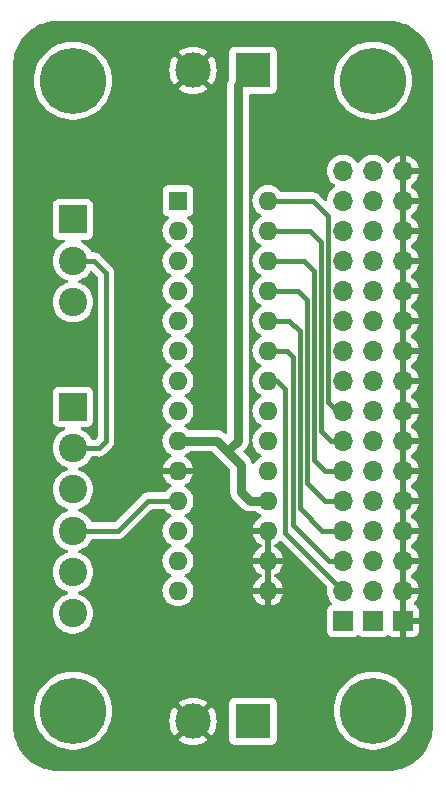
<source format=gbr>
%TF.GenerationSoftware,KiCad,Pcbnew,7.0.6*%
%TF.CreationDate,2023-07-17T12:15:40-04:00*%
%TF.ProjectId,mcp23s17_single_breakout,6d637032-3373-4313-975f-73696e676c65,rev?*%
%TF.SameCoordinates,Original*%
%TF.FileFunction,Copper,L2,Bot*%
%TF.FilePolarity,Positive*%
%FSLAX46Y46*%
G04 Gerber Fmt 4.6, Leading zero omitted, Abs format (unit mm)*
G04 Created by KiCad (PCBNEW 7.0.6) date 2023-07-17 12:15:40*
%MOMM*%
%LPD*%
G01*
G04 APERTURE LIST*
%TA.AperFunction,ComponentPad*%
%ADD10R,2.400000X2.400000*%
%TD*%
%TA.AperFunction,ComponentPad*%
%ADD11C,2.400000*%
%TD*%
%TA.AperFunction,ComponentPad*%
%ADD12R,3.000000X3.000000*%
%TD*%
%TA.AperFunction,ComponentPad*%
%ADD13C,3.000000*%
%TD*%
%TA.AperFunction,ComponentPad*%
%ADD14R,1.700000X1.700000*%
%TD*%
%TA.AperFunction,ComponentPad*%
%ADD15O,1.700000X1.700000*%
%TD*%
%TA.AperFunction,ComponentPad*%
%ADD16R,1.600000X1.600000*%
%TD*%
%TA.AperFunction,ComponentPad*%
%ADD17O,1.600000X1.600000*%
%TD*%
%TA.AperFunction,ComponentPad*%
%ADD18C,5.600000*%
%TD*%
%TA.AperFunction,Conductor*%
%ADD19C,0.800000*%
%TD*%
%TA.AperFunction,Conductor*%
%ADD20C,0.400000*%
%TD*%
G04 APERTURE END LIST*
D10*
%TO.P,J2,1,Pin_1*%
%TO.N,SCK*%
X167640000Y-91100000D03*
D11*
%TO.P,J2,2,Pin_2*%
%TO.N,MISO*%
X167640000Y-94600000D03*
%TO.P,J2,3,Pin_3*%
%TO.N,MOSI*%
X167640000Y-98100000D03*
%TO.P,J2,4,Pin_4*%
%TO.N,CS0*%
X167640000Y-101600000D03*
%TO.P,J2,5,Pin_5*%
%TO.N,INTA0*%
X167640000Y-105100000D03*
%TO.P,J2,6,Pin_6*%
%TO.N,INTB0*%
X167640000Y-108600000D03*
%TD*%
D12*
%TO.P,J1,1,Pin_1*%
%TO.N,VCC*%
X182880000Y-62611000D03*
D13*
%TO.P,J1,2,Pin_2*%
%TO.N,GND*%
X177800000Y-62611000D03*
%TD*%
D14*
%TO.P,J7,1,Pin_1*%
%TO.N,GND*%
X195580000Y-109220000D03*
D15*
%TO.P,J7,2,Pin_2*%
X195580000Y-106680000D03*
%TO.P,J7,3,Pin_3*%
X195580000Y-104140000D03*
%TO.P,J7,4,Pin_4*%
X195580000Y-101600000D03*
%TO.P,J7,5,Pin_5*%
X195580000Y-99060000D03*
%TO.P,J7,6,Pin_6*%
X195580000Y-96520000D03*
%TO.P,J7,7,Pin_7*%
X195580000Y-93980000D03*
%TO.P,J7,8,Pin_8*%
X195580000Y-91440000D03*
%TO.P,J7,9,Pin_9*%
X195580000Y-88900000D03*
%TO.P,J7,10,Pin_10*%
X195580000Y-86360000D03*
%TO.P,J7,11,Pin_11*%
X195580000Y-83820000D03*
%TO.P,J7,12,Pin_12*%
X195580000Y-81280000D03*
%TO.P,J7,13,Pin_13*%
X195580000Y-78740000D03*
%TO.P,J7,14,Pin_14*%
X195580000Y-76200000D03*
%TO.P,J7,15,Pin_15*%
X195580000Y-73660000D03*
%TO.P,J7,16,Pin_16*%
X195580000Y-71120000D03*
%TD*%
D10*
%TO.P,J4,1,Pin_1*%
%TO.N,SCK*%
X167640000Y-75240000D03*
D11*
%TO.P,J4,2,Pin_2*%
%TO.N,MISO*%
X167640000Y-78740000D03*
%TO.P,J4,3,Pin_3*%
%TO.N,MOSI*%
X167640000Y-82240000D03*
%TD*%
D16*
%TO.P,U2,1,GPB0*%
%TO.N,Net-(J5-Pin_9)*%
X176530000Y-73660000D03*
D17*
%TO.P,U2,2,GPB1*%
%TO.N,Net-(J5-Pin_10)*%
X176530000Y-76200000D03*
%TO.P,U2,3,GPB2*%
%TO.N,Net-(J5-Pin_11)*%
X176530000Y-78740000D03*
%TO.P,U2,4,GPB3*%
%TO.N,Net-(J5-Pin_12)*%
X176530000Y-81280000D03*
%TO.P,U2,5,GPB4*%
%TO.N,Net-(J5-Pin_13)*%
X176530000Y-83820000D03*
%TO.P,U2,6,GPB5*%
%TO.N,Net-(J5-Pin_14)*%
X176530000Y-86360000D03*
%TO.P,U2,7,GPB6*%
%TO.N,Net-(J5-Pin_15)*%
X176530000Y-88900000D03*
%TO.P,U2,8,GPB7*%
%TO.N,Net-(J5-Pin_16)*%
X176530000Y-91440000D03*
%TO.P,U2,9,VDD*%
%TO.N,VCC*%
X176530000Y-93980000D03*
%TO.P,U2,10,VSS*%
%TO.N,GND*%
X176530000Y-96520000D03*
%TO.P,U2,11,~{CS}*%
%TO.N,CS0*%
X176530000Y-99060000D03*
%TO.P,U2,12,SCK*%
%TO.N,SCK*%
X176530000Y-101600000D03*
%TO.P,U2,13,SI*%
%TO.N,MOSI*%
X176530000Y-104140000D03*
%TO.P,U2,14,SO*%
%TO.N,MISO*%
X176530000Y-106680000D03*
%TO.P,U2,15,A0*%
%TO.N,GND*%
X184150000Y-106680000D03*
%TO.P,U2,16,A1*%
X184150000Y-104140000D03*
%TO.P,U2,17,A2*%
X184150000Y-101600000D03*
%TO.P,U2,18,~{RESET}*%
%TO.N,VCC*%
X184150000Y-99060000D03*
%TO.P,U2,19,INTB*%
%TO.N,INTB0*%
X184150000Y-96520000D03*
%TO.P,U2,20,INTA*%
%TO.N,INTA0*%
X184150000Y-93980000D03*
%TO.P,U2,21,GPA0*%
%TO.N,Net-(J5-Pin_1)*%
X184150000Y-91440000D03*
%TO.P,U2,22,GPA1*%
%TO.N,Net-(J5-Pin_2)*%
X184150000Y-88900000D03*
%TO.P,U2,23,GPA2*%
%TO.N,Net-(J5-Pin_3)*%
X184150000Y-86360000D03*
%TO.P,U2,24,GPA3*%
%TO.N,Net-(J5-Pin_4)*%
X184150000Y-83820000D03*
%TO.P,U2,25,GPA4*%
%TO.N,Net-(J5-Pin_5)*%
X184150000Y-81280000D03*
%TO.P,U2,26,GPA5*%
%TO.N,Net-(J5-Pin_6)*%
X184150000Y-78740000D03*
%TO.P,U2,27,GPA6*%
%TO.N,Net-(J5-Pin_7)*%
X184150000Y-76200000D03*
%TO.P,U2,28,GPA7*%
%TO.N,Net-(J5-Pin_8)*%
X184150000Y-73660000D03*
%TD*%
D18*
%TO.P,H1,1*%
%TO.N,N/C*%
X167640000Y-63500000D03*
%TD*%
%TO.P,H3,1*%
%TO.N,N/C*%
X193040000Y-63500000D03*
%TD*%
D12*
%TO.P,J3,1,Pin_1*%
%TO.N,VCC*%
X182880000Y-117729000D03*
D13*
%TO.P,J3,2,Pin_2*%
%TO.N,GND*%
X177800000Y-117729000D03*
%TD*%
D14*
%TO.P,J5,1,Pin_1*%
%TO.N,Net-(J5-Pin_1)*%
X190500000Y-109220000D03*
D15*
%TO.P,J5,2,Pin_2*%
%TO.N,Net-(J5-Pin_2)*%
X190500000Y-106680000D03*
%TO.P,J5,3,Pin_3*%
%TO.N,Net-(J5-Pin_3)*%
X190500000Y-104140000D03*
%TO.P,J5,4,Pin_4*%
%TO.N,Net-(J5-Pin_4)*%
X190500000Y-101600000D03*
%TO.P,J5,5,Pin_5*%
%TO.N,Net-(J5-Pin_5)*%
X190500000Y-99060000D03*
%TO.P,J5,6,Pin_6*%
%TO.N,Net-(J5-Pin_6)*%
X190500000Y-96520000D03*
%TO.P,J5,7,Pin_7*%
%TO.N,Net-(J5-Pin_7)*%
X190500000Y-93980000D03*
%TO.P,J5,8,Pin_8*%
%TO.N,Net-(J5-Pin_8)*%
X190500000Y-91440000D03*
%TO.P,J5,9,Pin_9*%
%TO.N,Net-(J5-Pin_9)*%
X190500000Y-88900000D03*
%TO.P,J5,10,Pin_10*%
%TO.N,Net-(J5-Pin_10)*%
X190500000Y-86360000D03*
%TO.P,J5,11,Pin_11*%
%TO.N,Net-(J5-Pin_11)*%
X190500000Y-83820000D03*
%TO.P,J5,12,Pin_12*%
%TO.N,Net-(J5-Pin_12)*%
X190500000Y-81280000D03*
%TO.P,J5,13,Pin_13*%
%TO.N,Net-(J5-Pin_13)*%
X190500000Y-78740000D03*
%TO.P,J5,14,Pin_14*%
%TO.N,Net-(J5-Pin_14)*%
X190500000Y-76200000D03*
%TO.P,J5,15,Pin_15*%
%TO.N,Net-(J5-Pin_15)*%
X190500000Y-73660000D03*
%TO.P,J5,16,Pin_16*%
%TO.N,Net-(J5-Pin_16)*%
X190500000Y-71120000D03*
%TD*%
D14*
%TO.P,J6,1,Pin_1*%
%TO.N,VCC*%
X193040000Y-109220000D03*
D15*
%TO.P,J6,2,Pin_2*%
X193040000Y-106680000D03*
%TO.P,J6,3,Pin_3*%
X193040000Y-104140000D03*
%TO.P,J6,4,Pin_4*%
X193040000Y-101600000D03*
%TO.P,J6,5,Pin_5*%
X193040000Y-99060000D03*
%TO.P,J6,6,Pin_6*%
X193040000Y-96520000D03*
%TO.P,J6,7,Pin_7*%
X193040000Y-93980000D03*
%TO.P,J6,8,Pin_8*%
X193040000Y-91440000D03*
%TO.P,J6,9,Pin_9*%
X193040000Y-88900000D03*
%TO.P,J6,10,Pin_10*%
X193040000Y-86360000D03*
%TO.P,J6,11,Pin_11*%
X193040000Y-83820000D03*
%TO.P,J6,12,Pin_12*%
X193040000Y-81280000D03*
%TO.P,J6,13,Pin_13*%
X193040000Y-78740000D03*
%TO.P,J6,14,Pin_14*%
X193040000Y-76200000D03*
%TO.P,J6,15,Pin_15*%
X193040000Y-73660000D03*
%TO.P,J6,16,Pin_16*%
X193040000Y-71120000D03*
%TD*%
D18*
%TO.P,H4,1*%
%TO.N,N/C*%
X193040000Y-116840000D03*
%TD*%
%TO.P,H2,1*%
%TO.N,N/C*%
X167640000Y-116840000D03*
%TD*%
D19*
%TO.N,VCC*%
X181610000Y-63881000D02*
X181610000Y-93980000D01*
X181864000Y-98298000D02*
X182626000Y-99060000D01*
X181610000Y-93980000D02*
X180721000Y-94869000D01*
X180721000Y-94869000D02*
X181864000Y-96012000D01*
X182880000Y-62611000D02*
X181610000Y-63881000D01*
X182626000Y-99060000D02*
X184150000Y-99060000D01*
X176530000Y-93980000D02*
X179832000Y-93980000D01*
X179832000Y-93980000D02*
X180721000Y-94869000D01*
X181864000Y-96012000D02*
X181864000Y-98298000D01*
D20*
%TO.N,Net-(J5-Pin_2)*%
X185630000Y-89618000D02*
X185630000Y-101810000D01*
X184150000Y-88900000D02*
X184912000Y-88900000D01*
X185630000Y-101810000D02*
X190500000Y-106680000D01*
X184912000Y-88900000D02*
X185630000Y-89618000D01*
%TO.N,Net-(J5-Pin_3)*%
X186230000Y-101072081D02*
X189297919Y-104140000D01*
X184150000Y-86360000D02*
X185722000Y-86360000D01*
X185722000Y-86360000D02*
X186230000Y-86868000D01*
X186230000Y-86868000D02*
X186230000Y-101072081D01*
X189297919Y-104140000D02*
X190500000Y-104140000D01*
%TO.N,Net-(J5-Pin_4)*%
X186830000Y-84722000D02*
X186830000Y-99708000D01*
X186830000Y-99708000D02*
X188722000Y-101600000D01*
X185928000Y-83820000D02*
X186830000Y-84722000D01*
X184150000Y-83820000D02*
X185928000Y-83820000D01*
X188722000Y-101600000D02*
X190500000Y-101600000D01*
%TO.N,Net-(J5-Pin_5)*%
X184150000Y-81280000D02*
X186668000Y-81280000D01*
X188976000Y-99060000D02*
X190500000Y-99060000D01*
X187430000Y-82042000D02*
X187430000Y-97514000D01*
X187430000Y-97514000D02*
X188976000Y-99060000D01*
X186668000Y-81280000D02*
X187430000Y-82042000D01*
%TO.N,Net-(J5-Pin_6)*%
X184150000Y-78740000D02*
X187198000Y-78740000D01*
X188030000Y-95574000D02*
X188976000Y-96520000D01*
X188976000Y-96520000D02*
X190500000Y-96520000D01*
X187198000Y-78740000D02*
X188030000Y-79572000D01*
X188030000Y-79572000D02*
X188030000Y-95574000D01*
%TO.N,Net-(J5-Pin_7)*%
X184150000Y-76200000D02*
X187706000Y-76200000D01*
X189484000Y-93980000D02*
X190500000Y-93980000D01*
X188630000Y-93126000D02*
X189484000Y-93980000D01*
X187706000Y-76200000D02*
X188630000Y-77124000D01*
X188630000Y-77124000D02*
X188630000Y-93126000D01*
%TO.N,Net-(J5-Pin_8)*%
X189992000Y-91440000D02*
X189230000Y-90678000D01*
X189230000Y-74930000D02*
X189230000Y-90678000D01*
X187960000Y-73660000D02*
X189230000Y-74930000D01*
X184150000Y-73660000D02*
X187960000Y-73660000D01*
X190500000Y-91440000D02*
X189992000Y-91440000D01*
%TO.N,MISO*%
X167640000Y-78740000D02*
X169418000Y-78740000D01*
X170434000Y-79756000D02*
X170434000Y-93980000D01*
X169418000Y-78740000D02*
X170434000Y-79756000D01*
X169814000Y-94600000D02*
X167640000Y-94600000D01*
X170434000Y-93980000D02*
X169814000Y-94600000D01*
%TO.N,CS0*%
X167640000Y-101600000D02*
X171450000Y-101600000D01*
X173990000Y-99060000D02*
X176530000Y-99060000D01*
X171450000Y-101600000D02*
X173990000Y-99060000D01*
%TD*%
%TA.AperFunction,Conductor*%
%TO.N,GND*%
G36*
X195830000Y-108784498D02*
G01*
X195722315Y-108735320D01*
X195615763Y-108720000D01*
X195544237Y-108720000D01*
X195437685Y-108735320D01*
X195330000Y-108784498D01*
X195330000Y-107115501D01*
X195437685Y-107164680D01*
X195544237Y-107180000D01*
X195615763Y-107180000D01*
X195722315Y-107164680D01*
X195830000Y-107115501D01*
X195830000Y-108784498D01*
G37*
%TD.AperFunction*%
%TA.AperFunction,Conductor*%
G36*
X184400000Y-106364314D02*
G01*
X184388045Y-106352359D01*
X184275148Y-106294835D01*
X184181481Y-106280000D01*
X184118519Y-106280000D01*
X184024852Y-106294835D01*
X183911955Y-106352359D01*
X183900000Y-106364314D01*
X183900000Y-104455686D01*
X183911955Y-104467641D01*
X184024852Y-104525165D01*
X184118519Y-104540000D01*
X184181481Y-104540000D01*
X184275148Y-104525165D01*
X184388045Y-104467641D01*
X184400000Y-104455685D01*
X184400000Y-106364314D01*
G37*
%TD.AperFunction*%
%TA.AperFunction,Conductor*%
G36*
X195830000Y-106244498D02*
G01*
X195722315Y-106195320D01*
X195615763Y-106180000D01*
X195544237Y-106180000D01*
X195437685Y-106195320D01*
X195330000Y-106244498D01*
X195330000Y-104575501D01*
X195437685Y-104624680D01*
X195544237Y-104640000D01*
X195615763Y-104640000D01*
X195722315Y-104624680D01*
X195830000Y-104575501D01*
X195830000Y-106244498D01*
G37*
%TD.AperFunction*%
%TA.AperFunction,Conductor*%
G36*
X184400000Y-103824314D02*
G01*
X184388045Y-103812359D01*
X184275148Y-103754835D01*
X184181481Y-103740000D01*
X184118519Y-103740000D01*
X184024852Y-103754835D01*
X183911955Y-103812359D01*
X183900000Y-103824314D01*
X183900000Y-101915686D01*
X183911955Y-101927641D01*
X184024852Y-101985165D01*
X184118519Y-102000000D01*
X184181481Y-102000000D01*
X184275148Y-101985165D01*
X184388045Y-101927641D01*
X184400000Y-101915686D01*
X184400000Y-103824314D01*
G37*
%TD.AperFunction*%
%TA.AperFunction,Conductor*%
G36*
X195830000Y-103704498D02*
G01*
X195722315Y-103655320D01*
X195615763Y-103640000D01*
X195544237Y-103640000D01*
X195437685Y-103655320D01*
X195330000Y-103704498D01*
X195330000Y-102035501D01*
X195437685Y-102084680D01*
X195544237Y-102100000D01*
X195615763Y-102100000D01*
X195722315Y-102084680D01*
X195830000Y-102035501D01*
X195830000Y-103704498D01*
G37*
%TD.AperFunction*%
%TA.AperFunction,Conductor*%
G36*
X195830000Y-101164498D02*
G01*
X195722315Y-101115320D01*
X195615763Y-101100000D01*
X195544237Y-101100000D01*
X195437685Y-101115320D01*
X195330000Y-101164498D01*
X195330000Y-99495501D01*
X195437685Y-99544680D01*
X195544237Y-99560000D01*
X195615763Y-99560000D01*
X195722315Y-99544680D01*
X195830000Y-99495501D01*
X195830000Y-101164498D01*
G37*
%TD.AperFunction*%
%TA.AperFunction,Conductor*%
G36*
X195830000Y-98624498D02*
G01*
X195722315Y-98575320D01*
X195615763Y-98560000D01*
X195544237Y-98560000D01*
X195437685Y-98575320D01*
X195330000Y-98624498D01*
X195330000Y-96955501D01*
X195437685Y-97004680D01*
X195544237Y-97020000D01*
X195615763Y-97020000D01*
X195722315Y-97004680D01*
X195830000Y-96955501D01*
X195830000Y-98624498D01*
G37*
%TD.AperFunction*%
%TA.AperFunction,Conductor*%
G36*
X195830000Y-96084498D02*
G01*
X195722315Y-96035320D01*
X195615763Y-96020000D01*
X195544237Y-96020000D01*
X195437685Y-96035320D01*
X195330000Y-96084498D01*
X195330000Y-94415501D01*
X195437685Y-94464680D01*
X195544237Y-94480000D01*
X195615763Y-94480000D01*
X195722315Y-94464680D01*
X195830000Y-94415501D01*
X195830000Y-96084498D01*
G37*
%TD.AperFunction*%
%TA.AperFunction,Conductor*%
G36*
X195830000Y-93544498D02*
G01*
X195722315Y-93495320D01*
X195615763Y-93480000D01*
X195544237Y-93480000D01*
X195437685Y-93495320D01*
X195330000Y-93544498D01*
X195330000Y-91875501D01*
X195437685Y-91924680D01*
X195544237Y-91940000D01*
X195615763Y-91940000D01*
X195722315Y-91924680D01*
X195830000Y-91875501D01*
X195830000Y-93544498D01*
G37*
%TD.AperFunction*%
%TA.AperFunction,Conductor*%
G36*
X195830000Y-91004498D02*
G01*
X195722315Y-90955320D01*
X195615763Y-90940000D01*
X195544237Y-90940000D01*
X195437685Y-90955320D01*
X195330000Y-91004498D01*
X195330000Y-89335501D01*
X195437685Y-89384680D01*
X195544237Y-89400000D01*
X195615763Y-89400000D01*
X195722315Y-89384680D01*
X195830000Y-89335501D01*
X195830000Y-91004498D01*
G37*
%TD.AperFunction*%
%TA.AperFunction,Conductor*%
G36*
X195830000Y-88464498D02*
G01*
X195722315Y-88415320D01*
X195615763Y-88400000D01*
X195544237Y-88400000D01*
X195437685Y-88415320D01*
X195330000Y-88464498D01*
X195330000Y-86795501D01*
X195437685Y-86844680D01*
X195544237Y-86860000D01*
X195615763Y-86860000D01*
X195722315Y-86844680D01*
X195830000Y-86795501D01*
X195830000Y-88464498D01*
G37*
%TD.AperFunction*%
%TA.AperFunction,Conductor*%
G36*
X195830000Y-85924498D02*
G01*
X195722315Y-85875320D01*
X195615763Y-85860000D01*
X195544237Y-85860000D01*
X195437685Y-85875320D01*
X195330000Y-85924498D01*
X195330000Y-84255501D01*
X195437685Y-84304680D01*
X195544237Y-84320000D01*
X195615763Y-84320000D01*
X195722315Y-84304680D01*
X195830000Y-84255501D01*
X195830000Y-85924498D01*
G37*
%TD.AperFunction*%
%TA.AperFunction,Conductor*%
G36*
X195830000Y-83384498D02*
G01*
X195722315Y-83335320D01*
X195615763Y-83320000D01*
X195544237Y-83320000D01*
X195437685Y-83335320D01*
X195330000Y-83384498D01*
X195330000Y-81715501D01*
X195437685Y-81764680D01*
X195544237Y-81780000D01*
X195615763Y-81780000D01*
X195722315Y-81764680D01*
X195830000Y-81715501D01*
X195830000Y-83384498D01*
G37*
%TD.AperFunction*%
%TA.AperFunction,Conductor*%
G36*
X195830000Y-80844498D02*
G01*
X195722315Y-80795320D01*
X195615763Y-80780000D01*
X195544237Y-80780000D01*
X195437685Y-80795320D01*
X195330000Y-80844498D01*
X195330000Y-79175501D01*
X195437685Y-79224680D01*
X195544237Y-79240000D01*
X195615763Y-79240000D01*
X195722315Y-79224680D01*
X195830000Y-79175501D01*
X195830000Y-80844498D01*
G37*
%TD.AperFunction*%
%TA.AperFunction,Conductor*%
G36*
X195830000Y-78304498D02*
G01*
X195722315Y-78255320D01*
X195615763Y-78240000D01*
X195544237Y-78240000D01*
X195437685Y-78255320D01*
X195330000Y-78304498D01*
X195330000Y-76635501D01*
X195437685Y-76684680D01*
X195544237Y-76700000D01*
X195615763Y-76700000D01*
X195722315Y-76684680D01*
X195830000Y-76635501D01*
X195830000Y-78304498D01*
G37*
%TD.AperFunction*%
%TA.AperFunction,Conductor*%
G36*
X195830000Y-75764498D02*
G01*
X195722315Y-75715320D01*
X195615763Y-75700000D01*
X195544237Y-75700000D01*
X195437685Y-75715320D01*
X195330000Y-75764498D01*
X195330000Y-74095501D01*
X195437685Y-74144680D01*
X195544237Y-74160000D01*
X195615763Y-74160000D01*
X195722315Y-74144680D01*
X195830000Y-74095501D01*
X195830000Y-75764498D01*
G37*
%TD.AperFunction*%
%TA.AperFunction,Conductor*%
G36*
X195830000Y-73224498D02*
G01*
X195722315Y-73175320D01*
X195615763Y-73160000D01*
X195544237Y-73160000D01*
X195437685Y-73175320D01*
X195330000Y-73224498D01*
X195330000Y-71555501D01*
X195437685Y-71604680D01*
X195544237Y-71620000D01*
X195615763Y-71620000D01*
X195722315Y-71604680D01*
X195830000Y-71555501D01*
X195830000Y-73224498D01*
G37*
%TD.AperFunction*%
%TA.AperFunction,Conductor*%
G36*
X194311513Y-58420575D02*
G01*
X194374875Y-58423687D01*
X194462455Y-58427989D01*
X194688034Y-58439812D01*
X194693842Y-58440393D01*
X194873383Y-58467025D01*
X195070138Y-58498188D01*
X195075449Y-58499271D01*
X195256852Y-58544711D01*
X195417397Y-58587730D01*
X195444283Y-58594934D01*
X195449127Y-58596446D01*
X195627420Y-58660240D01*
X195806749Y-58729078D01*
X195810992Y-58730893D01*
X195983402Y-58812437D01*
X196153703Y-58899210D01*
X196157403Y-58901259D01*
X196321713Y-58999743D01*
X196481623Y-59103590D01*
X196484789Y-59105789D01*
X196639105Y-59220237D01*
X196787201Y-59340162D01*
X196789820Y-59342407D01*
X196931313Y-59470648D01*
X196933517Y-59472747D01*
X197067251Y-59606481D01*
X197069350Y-59608685D01*
X197197591Y-59750178D01*
X197199836Y-59752797D01*
X197319762Y-59900894D01*
X197434209Y-60055209D01*
X197436408Y-60058375D01*
X197540260Y-60218292D01*
X197638730Y-60382579D01*
X197640794Y-60386307D01*
X197727567Y-60556609D01*
X197809094Y-60728982D01*
X197810930Y-60733274D01*
X197879762Y-60912588D01*
X197943552Y-61090873D01*
X197945064Y-61095715D01*
X197995295Y-61283174D01*
X198040721Y-61464524D01*
X198041816Y-61469893D01*
X198072980Y-61666660D01*
X198099602Y-61846131D01*
X198100188Y-61851987D01*
X198112014Y-62077627D01*
X198119425Y-62228487D01*
X198119500Y-62231530D01*
X198119500Y-118108469D01*
X198119425Y-118111512D01*
X198112014Y-118262372D01*
X198100188Y-118488011D01*
X198099602Y-118493867D01*
X198072980Y-118673339D01*
X198041816Y-118870105D01*
X198040721Y-118875474D01*
X197995295Y-119056825D01*
X197945064Y-119244283D01*
X197943552Y-119249124D01*
X197879762Y-119427411D01*
X197810930Y-119606725D01*
X197809094Y-119611016D01*
X197727567Y-119783390D01*
X197640793Y-119953691D01*
X197638730Y-119957419D01*
X197540260Y-120121707D01*
X197436408Y-120281623D01*
X197434209Y-120284789D01*
X197319762Y-120439105D01*
X197199835Y-120587201D01*
X197197591Y-120589820D01*
X197069350Y-120731313D01*
X197067251Y-120733517D01*
X196933517Y-120867251D01*
X196931313Y-120869350D01*
X196789820Y-120997591D01*
X196787201Y-120999835D01*
X196639105Y-121119762D01*
X196484789Y-121234209D01*
X196481623Y-121236408D01*
X196321707Y-121340260D01*
X196157419Y-121438730D01*
X196153691Y-121440793D01*
X195983390Y-121527567D01*
X195811016Y-121609094D01*
X195806725Y-121610930D01*
X195627411Y-121679762D01*
X195449124Y-121743552D01*
X195444283Y-121745064D01*
X195256825Y-121795295D01*
X195075474Y-121840721D01*
X195070105Y-121841816D01*
X194873339Y-121872980D01*
X194693867Y-121899602D01*
X194688011Y-121900188D01*
X194462372Y-121912014D01*
X194311513Y-121919425D01*
X194308470Y-121919500D01*
X166371530Y-121919500D01*
X166368487Y-121919425D01*
X166217627Y-121912014D01*
X165991987Y-121900188D01*
X165986131Y-121899602D01*
X165806660Y-121872980D01*
X165609893Y-121841816D01*
X165604524Y-121840721D01*
X165423174Y-121795295D01*
X165235715Y-121745064D01*
X165230873Y-121743552D01*
X165052588Y-121679762D01*
X164873274Y-121610930D01*
X164868982Y-121609094D01*
X164696609Y-121527567D01*
X164526307Y-121440794D01*
X164522579Y-121438730D01*
X164358292Y-121340260D01*
X164198375Y-121236408D01*
X164195209Y-121234209D01*
X164040894Y-121119762D01*
X163892797Y-120999836D01*
X163890178Y-120997591D01*
X163748685Y-120869350D01*
X163746481Y-120867251D01*
X163612747Y-120733517D01*
X163610648Y-120731313D01*
X163556945Y-120672061D01*
X163482407Y-120589820D01*
X163480162Y-120587201D01*
X163360237Y-120439105D01*
X163245789Y-120284789D01*
X163243590Y-120281623D01*
X163139739Y-120121707D01*
X163109557Y-120071351D01*
X163041259Y-119957403D01*
X163039210Y-119953703D01*
X162952432Y-119783390D01*
X162932460Y-119741163D01*
X162870893Y-119610992D01*
X162869078Y-119606749D01*
X162800237Y-119427411D01*
X162736446Y-119249124D01*
X162734934Y-119244283D01*
X162701253Y-119118586D01*
X162684711Y-119056852D01*
X162639271Y-118875449D01*
X162638188Y-118870138D01*
X162607019Y-118673339D01*
X162590497Y-118561958D01*
X162580393Y-118493842D01*
X162579812Y-118488034D01*
X162567989Y-118262455D01*
X162563687Y-118174875D01*
X162560575Y-118111513D01*
X162560500Y-118108471D01*
X162560500Y-116840002D01*
X164326640Y-116840002D01*
X164346063Y-117198234D01*
X164404106Y-117552279D01*
X164404107Y-117552282D01*
X164500082Y-117897955D01*
X164500083Y-117897957D01*
X164632872Y-118231233D01*
X164632881Y-118231251D01*
X164800928Y-118548220D01*
X164800929Y-118548223D01*
X165002256Y-118845157D01*
X165002264Y-118845167D01*
X165182048Y-119056825D01*
X165234516Y-119118595D01*
X165494977Y-119365317D01*
X165780586Y-119582431D01*
X166087995Y-119767393D01*
X166087997Y-119767394D01*
X166087999Y-119767395D01*
X166088003Y-119767397D01*
X166387127Y-119905786D01*
X166413599Y-119918033D01*
X166753583Y-120032587D01*
X167103958Y-120109711D01*
X167460618Y-120148500D01*
X167460624Y-120148500D01*
X167819376Y-120148500D01*
X167819382Y-120148500D01*
X168176042Y-120109711D01*
X168526417Y-120032587D01*
X168866401Y-119918033D01*
X169192005Y-119767393D01*
X169499414Y-119582431D01*
X169785023Y-119365317D01*
X170045484Y-119118595D01*
X170277742Y-118845159D01*
X170394239Y-118673339D01*
X170479070Y-118548223D01*
X170479070Y-118548221D01*
X170479075Y-118548215D01*
X170647123Y-118231243D01*
X170779915Y-117897961D01*
X170789936Y-117861871D01*
X170826826Y-117729001D01*
X175794891Y-117729001D01*
X175815300Y-118014362D01*
X175876109Y-118293895D01*
X175976091Y-118561958D01*
X176113191Y-118813038D01*
X176113196Y-118813046D01*
X176219882Y-118955561D01*
X176219883Y-118955562D01*
X177115195Y-118060250D01*
X177137340Y-118111587D01*
X177243433Y-118254094D01*
X177379530Y-118368294D01*
X177469216Y-118413335D01*
X176573436Y-119309115D01*
X176715960Y-119415807D01*
X176715961Y-119415808D01*
X176967042Y-119552908D01*
X176967041Y-119552908D01*
X177235104Y-119652890D01*
X177514637Y-119713699D01*
X177799999Y-119734109D01*
X177800001Y-119734109D01*
X178085362Y-119713699D01*
X178364895Y-119652890D01*
X178632958Y-119552908D01*
X178884047Y-119415803D01*
X179026561Y-119309116D01*
X179026562Y-119309115D01*
X178995101Y-119277654D01*
X180871500Y-119277654D01*
X180878011Y-119338202D01*
X180878011Y-119338204D01*
X180906957Y-119415808D01*
X180929111Y-119475204D01*
X181016739Y-119592261D01*
X181133796Y-119679889D01*
X181270799Y-119730989D01*
X181298050Y-119733918D01*
X181331345Y-119737499D01*
X181331362Y-119737500D01*
X184428638Y-119737500D01*
X184428654Y-119737499D01*
X184455692Y-119734591D01*
X184489201Y-119730989D01*
X184626204Y-119679889D01*
X184743261Y-119592261D01*
X184830889Y-119475204D01*
X184881989Y-119338201D01*
X184885591Y-119304692D01*
X184888499Y-119277654D01*
X184888500Y-119277637D01*
X184888500Y-116840002D01*
X189726640Y-116840002D01*
X189746063Y-117198234D01*
X189804106Y-117552279D01*
X189804107Y-117552282D01*
X189900082Y-117897955D01*
X189900083Y-117897957D01*
X190032872Y-118231233D01*
X190032881Y-118231251D01*
X190200928Y-118548220D01*
X190200929Y-118548223D01*
X190402256Y-118845157D01*
X190402264Y-118845167D01*
X190582048Y-119056825D01*
X190634516Y-119118595D01*
X190894977Y-119365317D01*
X191180586Y-119582431D01*
X191487995Y-119767393D01*
X191487997Y-119767394D01*
X191487999Y-119767395D01*
X191488003Y-119767397D01*
X191787127Y-119905786D01*
X191813599Y-119918033D01*
X192153583Y-120032587D01*
X192503958Y-120109711D01*
X192860618Y-120148500D01*
X192860624Y-120148500D01*
X193219376Y-120148500D01*
X193219382Y-120148500D01*
X193576042Y-120109711D01*
X193926417Y-120032587D01*
X194266401Y-119918033D01*
X194592005Y-119767393D01*
X194899414Y-119582431D01*
X195185023Y-119365317D01*
X195445484Y-119118595D01*
X195677742Y-118845159D01*
X195794239Y-118673339D01*
X195879070Y-118548223D01*
X195879070Y-118548221D01*
X195879075Y-118548215D01*
X196047123Y-118231243D01*
X196179915Y-117897961D01*
X196189936Y-117861871D01*
X196226827Y-117728999D01*
X196275895Y-117552274D01*
X196333936Y-117198237D01*
X196353359Y-116840000D01*
X196333936Y-116481763D01*
X196275895Y-116127726D01*
X196232673Y-115972057D01*
X196179917Y-115782044D01*
X196179916Y-115782042D01*
X196155395Y-115720500D01*
X196047123Y-115448757D01*
X195879075Y-115131785D01*
X195879071Y-115131779D01*
X195879070Y-115131776D01*
X195677743Y-114834842D01*
X195677735Y-114834832D01*
X195445491Y-114561413D01*
X195445486Y-114561407D01*
X195445484Y-114561405D01*
X195185023Y-114314683D01*
X195185016Y-114314677D01*
X195185013Y-114314675D01*
X195117266Y-114263175D01*
X194899414Y-114097569D01*
X194592005Y-113912607D01*
X194592004Y-113912606D01*
X194592000Y-113912604D01*
X194591996Y-113912602D01*
X194266411Y-113761971D01*
X194266406Y-113761969D01*
X194266401Y-113761967D01*
X194100678Y-113706128D01*
X193926416Y-113647412D01*
X193576040Y-113570288D01*
X193219383Y-113531500D01*
X193219382Y-113531500D01*
X192860618Y-113531500D01*
X192860616Y-113531500D01*
X192503959Y-113570288D01*
X192153583Y-113647412D01*
X191890768Y-113735965D01*
X191813599Y-113761967D01*
X191813596Y-113761968D01*
X191813588Y-113761971D01*
X191488003Y-113912602D01*
X191487999Y-113912604D01*
X191259061Y-114050351D01*
X191180586Y-114097569D01*
X191092060Y-114164864D01*
X190894986Y-114314675D01*
X190894977Y-114314683D01*
X190634513Y-114561407D01*
X190634508Y-114561413D01*
X190402264Y-114834832D01*
X190402256Y-114834842D01*
X190200929Y-115131776D01*
X190200928Y-115131779D01*
X190032881Y-115448748D01*
X190032872Y-115448766D01*
X189900083Y-115782042D01*
X189900082Y-115782044D01*
X189804107Y-116127717D01*
X189804106Y-116127720D01*
X189746063Y-116481765D01*
X189726640Y-116839997D01*
X189726640Y-116840002D01*
X184888500Y-116840002D01*
X184888500Y-116180362D01*
X184888499Y-116180345D01*
X184882841Y-116127726D01*
X184881989Y-116119799D01*
X184830889Y-115982796D01*
X184743261Y-115865739D01*
X184626204Y-115778111D01*
X184626204Y-115778110D01*
X184489203Y-115727011D01*
X184428654Y-115720500D01*
X184428638Y-115720500D01*
X181331362Y-115720500D01*
X181331345Y-115720500D01*
X181270797Y-115727011D01*
X181270795Y-115727011D01*
X181133795Y-115778111D01*
X181016739Y-115865739D01*
X180929111Y-115982795D01*
X180878011Y-116119795D01*
X180878011Y-116119797D01*
X180871500Y-116180345D01*
X180871500Y-119277654D01*
X178995101Y-119277654D01*
X178133748Y-118416300D01*
X178143409Y-118412784D01*
X178291844Y-118315157D01*
X178413764Y-118185930D01*
X178485768Y-118061215D01*
X179380115Y-118955562D01*
X179380116Y-118955561D01*
X179486803Y-118813047D01*
X179623908Y-118561958D01*
X179723890Y-118293895D01*
X179784699Y-118014362D01*
X179805109Y-117729001D01*
X179805109Y-117728998D01*
X179784699Y-117443637D01*
X179723890Y-117164104D01*
X179623908Y-116896041D01*
X179486808Y-116644961D01*
X179486807Y-116644960D01*
X179380115Y-116502436D01*
X178484803Y-117397747D01*
X178462660Y-117346413D01*
X178356567Y-117203906D01*
X178220470Y-117089706D01*
X178130782Y-117044663D01*
X179026562Y-116148883D01*
X179026561Y-116148882D01*
X178884046Y-116042196D01*
X178884038Y-116042191D01*
X178632957Y-115905091D01*
X178632958Y-115905091D01*
X178364895Y-115805109D01*
X178085362Y-115744300D01*
X177800001Y-115723891D01*
X177799999Y-115723891D01*
X177514637Y-115744300D01*
X177235104Y-115805109D01*
X176967041Y-115905091D01*
X176715961Y-116042191D01*
X176715953Y-116042196D01*
X176573437Y-116148882D01*
X176573436Y-116148883D01*
X177466252Y-117041699D01*
X177456591Y-117045216D01*
X177308156Y-117142843D01*
X177186236Y-117272070D01*
X177114231Y-117396784D01*
X176219883Y-116502436D01*
X176219882Y-116502437D01*
X176113196Y-116644953D01*
X176113191Y-116644961D01*
X175976091Y-116896041D01*
X175876109Y-117164104D01*
X175815300Y-117443637D01*
X175794891Y-117728998D01*
X175794891Y-117729001D01*
X170826826Y-117729001D01*
X170826827Y-117728999D01*
X170875895Y-117552274D01*
X170933936Y-117198237D01*
X170953359Y-116840000D01*
X170933936Y-116481763D01*
X170875895Y-116127726D01*
X170832673Y-115972057D01*
X170779917Y-115782044D01*
X170779916Y-115782042D01*
X170755395Y-115720500D01*
X170647123Y-115448757D01*
X170479075Y-115131785D01*
X170479071Y-115131779D01*
X170479070Y-115131776D01*
X170277743Y-114834842D01*
X170277735Y-114834832D01*
X170045491Y-114561413D01*
X170045486Y-114561407D01*
X170045484Y-114561405D01*
X169785023Y-114314683D01*
X169785016Y-114314677D01*
X169785013Y-114314675D01*
X169717266Y-114263175D01*
X169499414Y-114097569D01*
X169192005Y-113912607D01*
X169192004Y-113912606D01*
X169192000Y-113912604D01*
X169191996Y-113912602D01*
X168866411Y-113761971D01*
X168866406Y-113761969D01*
X168866401Y-113761967D01*
X168700678Y-113706128D01*
X168526416Y-113647412D01*
X168176040Y-113570288D01*
X167819383Y-113531500D01*
X167819382Y-113531500D01*
X167460618Y-113531500D01*
X167460616Y-113531500D01*
X167103959Y-113570288D01*
X166753583Y-113647412D01*
X166490768Y-113735965D01*
X166413599Y-113761967D01*
X166413596Y-113761968D01*
X166413588Y-113761971D01*
X166088003Y-113912602D01*
X166087999Y-113912604D01*
X165859061Y-114050351D01*
X165780586Y-114097569D01*
X165692060Y-114164864D01*
X165494986Y-114314675D01*
X165494977Y-114314683D01*
X165234513Y-114561407D01*
X165234508Y-114561413D01*
X165002264Y-114834832D01*
X165002256Y-114834842D01*
X164800929Y-115131776D01*
X164800928Y-115131779D01*
X164632881Y-115448748D01*
X164632872Y-115448766D01*
X164500083Y-115782042D01*
X164500082Y-115782044D01*
X164404107Y-116127717D01*
X164404106Y-116127720D01*
X164346063Y-116481765D01*
X164326640Y-116839997D01*
X164326640Y-116840002D01*
X162560500Y-116840002D01*
X162560500Y-108600004D01*
X165926709Y-108600004D01*
X165945843Y-108855343D01*
X165945844Y-108855348D01*
X166002822Y-109104987D01*
X166002824Y-109104996D01*
X166002826Y-109105001D01*
X166096378Y-109343369D01*
X166224413Y-109565131D01*
X166353367Y-109726835D01*
X166384072Y-109765338D01*
X166561271Y-109929753D01*
X166571781Y-109939505D01*
X166783355Y-110083754D01*
X166783360Y-110083756D01*
X166783361Y-110083757D01*
X166783362Y-110083758D01*
X166905890Y-110142764D01*
X167014061Y-110194856D01*
X167014062Y-110194856D01*
X167014065Y-110194858D01*
X167258757Y-110270335D01*
X167258758Y-110270335D01*
X167258761Y-110270336D01*
X167511958Y-110308499D01*
X167511963Y-110308499D01*
X167511966Y-110308500D01*
X167511967Y-110308500D01*
X167768033Y-110308500D01*
X167768034Y-110308500D01*
X167768041Y-110308499D01*
X168021238Y-110270336D01*
X168021239Y-110270335D01*
X168021243Y-110270335D01*
X168265935Y-110194858D01*
X168496646Y-110083754D01*
X168708219Y-109939505D01*
X168895931Y-109765334D01*
X169055587Y-109565131D01*
X169183622Y-109343369D01*
X169277174Y-109105001D01*
X169334155Y-108855353D01*
X169343150Y-108735320D01*
X169353291Y-108600004D01*
X169353291Y-108599995D01*
X169334156Y-108344656D01*
X169334155Y-108344651D01*
X169334155Y-108344647D01*
X169277174Y-108094999D01*
X169183622Y-107856631D01*
X169055587Y-107634869D01*
X168895931Y-107434666D01*
X168895930Y-107434665D01*
X168895927Y-107434661D01*
X168770809Y-107318570D01*
X168708219Y-107260495D01*
X168590155Y-107180000D01*
X168496649Y-107116248D01*
X168496638Y-107116241D01*
X168265940Y-107005144D01*
X168265924Y-107005138D01*
X168147115Y-106968490D01*
X168088856Y-106929919D01*
X168060698Y-106865975D01*
X168071582Y-106796958D01*
X168118051Y-106744781D01*
X168147115Y-106731508D01*
X168177783Y-106722048D01*
X168265918Y-106694864D01*
X168265925Y-106694860D01*
X168265935Y-106694858D01*
X168496646Y-106583754D01*
X168708219Y-106439505D01*
X168895931Y-106265334D01*
X169055587Y-106065131D01*
X169183622Y-105843369D01*
X169277174Y-105605001D01*
X169334155Y-105355353D01*
X169335022Y-105343788D01*
X169353291Y-105100004D01*
X169353291Y-105099995D01*
X169334156Y-104844656D01*
X169334155Y-104844651D01*
X169334155Y-104844647D01*
X169277174Y-104594999D01*
X169183622Y-104356631D01*
X169055587Y-104134869D01*
X168895931Y-103934666D01*
X168895930Y-103934665D01*
X168895927Y-103934661D01*
X168760713Y-103809202D01*
X168708219Y-103760495D01*
X168699917Y-103754835D01*
X168496649Y-103616248D01*
X168496638Y-103616241D01*
X168265940Y-103505144D01*
X168265921Y-103505137D01*
X168147116Y-103468491D01*
X168088857Y-103429921D01*
X168060699Y-103365977D01*
X168071581Y-103296960D01*
X168118050Y-103244783D01*
X168147116Y-103231509D01*
X168215268Y-103210486D01*
X168265935Y-103194858D01*
X168496646Y-103083754D01*
X168708219Y-102939505D01*
X168895931Y-102765334D01*
X169055587Y-102565131D01*
X169167957Y-102370500D01*
X169218525Y-102322284D01*
X169275345Y-102308500D01*
X171426710Y-102308500D01*
X171430455Y-102308613D01*
X171433812Y-102308816D01*
X171493093Y-102312402D01*
X171554818Y-102301090D01*
X171558514Y-102300527D01*
X171620801Y-102292965D01*
X171630499Y-102289286D01*
X171652116Y-102283260D01*
X171662329Y-102281389D01*
X171719577Y-102255622D01*
X171722978Y-102254213D01*
X171781675Y-102231954D01*
X171790213Y-102226060D01*
X171809764Y-102215033D01*
X171819226Y-102210775D01*
X171868640Y-102172060D01*
X171871615Y-102169870D01*
X171923273Y-102134215D01*
X171964916Y-102087208D01*
X171967435Y-102084533D01*
X174247151Y-99804819D01*
X174308475Y-99771334D01*
X174334833Y-99768500D01*
X175364164Y-99768500D01*
X175431203Y-99788185D01*
X175465738Y-99821376D01*
X175523802Y-99904300D01*
X175685700Y-100066198D01*
X175873250Y-100197523D01*
X175873251Y-100197523D01*
X175916345Y-100217618D01*
X175968784Y-100263791D01*
X175987936Y-100330984D01*
X175967720Y-100397865D01*
X175916345Y-100442382D01*
X175873251Y-100462476D01*
X175748126Y-100550090D01*
X175685700Y-100593802D01*
X175685698Y-100593803D01*
X175685695Y-100593806D01*
X175523806Y-100755695D01*
X175523803Y-100755698D01*
X175523802Y-100755700D01*
X175453130Y-100856630D01*
X175392476Y-100943252D01*
X175392475Y-100943254D01*
X175295718Y-101150750D01*
X175295714Y-101150761D01*
X175236457Y-101371910D01*
X175236456Y-101371918D01*
X175216502Y-101599998D01*
X175216502Y-101600001D01*
X175236456Y-101828081D01*
X175236457Y-101828089D01*
X175295714Y-102049238D01*
X175295718Y-102049249D01*
X175391291Y-102254205D01*
X175392477Y-102256749D01*
X175523802Y-102444300D01*
X175685700Y-102606198D01*
X175862700Y-102730135D01*
X175873251Y-102737523D01*
X175916345Y-102757618D01*
X175968784Y-102803791D01*
X175987936Y-102870984D01*
X175967720Y-102937865D01*
X175916345Y-102982382D01*
X175873251Y-103002476D01*
X175757180Y-103083751D01*
X175685700Y-103133802D01*
X175685698Y-103133803D01*
X175685695Y-103133806D01*
X175523806Y-103295695D01*
X175523803Y-103295698D01*
X175523802Y-103295700D01*
X175456722Y-103391500D01*
X175392476Y-103483252D01*
X175392475Y-103483254D01*
X175295718Y-103690750D01*
X175295714Y-103690761D01*
X175236457Y-103911910D01*
X175236456Y-103911918D01*
X175216502Y-104139998D01*
X175216502Y-104140001D01*
X175236456Y-104368081D01*
X175236457Y-104368089D01*
X175295714Y-104589238D01*
X175295718Y-104589249D01*
X175392475Y-104796745D01*
X175392477Y-104796749D01*
X175523802Y-104984300D01*
X175685700Y-105146198D01*
X175873251Y-105277523D01*
X175916345Y-105297618D01*
X175968783Y-105343788D01*
X175987936Y-105410981D01*
X175967721Y-105477863D01*
X175916347Y-105522380D01*
X175873252Y-105542476D01*
X175873249Y-105542477D01*
X175873251Y-105542477D01*
X175685700Y-105673802D01*
X175685698Y-105673803D01*
X175685695Y-105673806D01*
X175523806Y-105835695D01*
X175523803Y-105835698D01*
X175523802Y-105835700D01*
X175441767Y-105952856D01*
X175392476Y-106023252D01*
X175392475Y-106023254D01*
X175295718Y-106230750D01*
X175295714Y-106230761D01*
X175236457Y-106451910D01*
X175236456Y-106451918D01*
X175216502Y-106679998D01*
X175216502Y-106680001D01*
X175236456Y-106908081D01*
X175236457Y-106908089D01*
X175295714Y-107129238D01*
X175295718Y-107129249D01*
X175392475Y-107336745D01*
X175392477Y-107336749D01*
X175523802Y-107524300D01*
X175685700Y-107686198D01*
X175873251Y-107817523D01*
X175998091Y-107875736D01*
X176080750Y-107914281D01*
X176080752Y-107914281D01*
X176080757Y-107914284D01*
X176301913Y-107973543D01*
X176464832Y-107987796D01*
X176529998Y-107993498D01*
X176530000Y-107993498D01*
X176530002Y-107993498D01*
X176587021Y-107988509D01*
X176758087Y-107973543D01*
X176979243Y-107914284D01*
X177186749Y-107817523D01*
X177374300Y-107686198D01*
X177536198Y-107524300D01*
X177667523Y-107336749D01*
X177764284Y-107129243D01*
X177823543Y-106908087D01*
X177843498Y-106680000D01*
X177843497Y-106679994D01*
X177835078Y-106583757D01*
X177823543Y-106451913D01*
X177764284Y-106230757D01*
X177667523Y-106023251D01*
X177536198Y-105835700D01*
X177374300Y-105673802D01*
X177186749Y-105542477D01*
X177178889Y-105538812D01*
X177143655Y-105522382D01*
X177091215Y-105476210D01*
X177072063Y-105409017D01*
X177092278Y-105342136D01*
X177143655Y-105297618D01*
X177146882Y-105296112D01*
X177186749Y-105277523D01*
X177374300Y-105146198D01*
X177536198Y-104984300D01*
X177667523Y-104796749D01*
X177764284Y-104589243D01*
X177823543Y-104368087D01*
X177843498Y-104140000D01*
X177823543Y-103911913D01*
X177764284Y-103690757D01*
X177667523Y-103483251D01*
X177536198Y-103295700D01*
X177374300Y-103133802D01*
X177186749Y-103002477D01*
X177178889Y-102998812D01*
X177143655Y-102982382D01*
X177091215Y-102936210D01*
X177072063Y-102869017D01*
X177092278Y-102802136D01*
X177143655Y-102757618D01*
X177146882Y-102756112D01*
X177186749Y-102737523D01*
X177374300Y-102606198D01*
X177536198Y-102444300D01*
X177667523Y-102256749D01*
X177764284Y-102049243D01*
X177823543Y-101828087D01*
X177843498Y-101600000D01*
X177823543Y-101371913D01*
X177764284Y-101150757D01*
X177667523Y-100943251D01*
X177536198Y-100755700D01*
X177374300Y-100593802D01*
X177186749Y-100462477D01*
X177178889Y-100458812D01*
X177143655Y-100442382D01*
X177091215Y-100396210D01*
X177072063Y-100329017D01*
X177092278Y-100262136D01*
X177143655Y-100217618D01*
X177146882Y-100216112D01*
X177186749Y-100197523D01*
X177374300Y-100066198D01*
X177536198Y-99904300D01*
X177667523Y-99716749D01*
X177764284Y-99509243D01*
X177823543Y-99288087D01*
X177843498Y-99060000D01*
X177823543Y-98831913D01*
X177764284Y-98610757D01*
X177761602Y-98605006D01*
X177708036Y-98490132D01*
X177667523Y-98403251D01*
X177536198Y-98215700D01*
X177374300Y-98053802D01*
X177186749Y-97922477D01*
X177133596Y-97897691D01*
X177081158Y-97851519D01*
X177062007Y-97784325D01*
X177082223Y-97717444D01*
X177133600Y-97672927D01*
X177182483Y-97650133D01*
X177368820Y-97519657D01*
X177529657Y-97358820D01*
X177660134Y-97172482D01*
X177756265Y-96966326D01*
X177756269Y-96966317D01*
X177808872Y-96770000D01*
X176845686Y-96770000D01*
X176857641Y-96758045D01*
X176915165Y-96645148D01*
X176934986Y-96520000D01*
X176915165Y-96394852D01*
X176857641Y-96281955D01*
X176845686Y-96270000D01*
X177808872Y-96270000D01*
X177808872Y-96269999D01*
X177756269Y-96073682D01*
X177756265Y-96073673D01*
X177660134Y-95867517D01*
X177529657Y-95681179D01*
X177368820Y-95520342D01*
X177182481Y-95389865D01*
X177182479Y-95389864D01*
X177133599Y-95367071D01*
X177081159Y-95320899D01*
X177062007Y-95253706D01*
X177082223Y-95186824D01*
X177133599Y-95142307D01*
X177136520Y-95140945D01*
X177186749Y-95117523D01*
X177374300Y-94986198D01*
X177435678Y-94924819D01*
X177497002Y-94891334D01*
X177523360Y-94888500D01*
X179404325Y-94888500D01*
X179471364Y-94908185D01*
X179492006Y-94924819D01*
X180919181Y-96351994D01*
X180952666Y-96413317D01*
X180955500Y-96439675D01*
X180955500Y-98216743D01*
X180953973Y-98236140D01*
X180951748Y-98250190D01*
X180953639Y-98286277D01*
X180955415Y-98320158D01*
X180955500Y-98323404D01*
X180955500Y-98345610D01*
X180956523Y-98355348D01*
X180957820Y-98367693D01*
X180958074Y-98370925D01*
X180961742Y-98440901D01*
X180961743Y-98440903D01*
X180963972Y-98449224D01*
X180965424Y-98454640D01*
X180968969Y-98473767D01*
X180970457Y-98487927D01*
X180981378Y-98521540D01*
X180992121Y-98554604D01*
X180993028Y-98557663D01*
X180997760Y-98575320D01*
X181011171Y-98625373D01*
X181017631Y-98638051D01*
X181025073Y-98656018D01*
X181029470Y-98669550D01*
X181029471Y-98669553D01*
X181029473Y-98669556D01*
X181064521Y-98730262D01*
X181066059Y-98733094D01*
X181097868Y-98795524D01*
X181097873Y-98795533D01*
X181106827Y-98806590D01*
X181117838Y-98822610D01*
X181123210Y-98831913D01*
X181124962Y-98834947D01*
X181171846Y-98887017D01*
X181173946Y-98889476D01*
X181187928Y-98906741D01*
X181187930Y-98906744D01*
X181187931Y-98906744D01*
X181203625Y-98922438D01*
X181205846Y-98924777D01*
X181252747Y-98976866D01*
X181264257Y-98985228D01*
X181279052Y-98997865D01*
X181926133Y-99644946D01*
X181938768Y-99659739D01*
X181947132Y-99671251D01*
X181947134Y-99671253D01*
X181999204Y-99718137D01*
X182001560Y-99720373D01*
X182017262Y-99736075D01*
X182034516Y-99750048D01*
X182036982Y-99752154D01*
X182059470Y-99772401D01*
X182089056Y-99799040D01*
X182089058Y-99799041D01*
X182101374Y-99806152D01*
X182117405Y-99817169D01*
X182128471Y-99826130D01*
X182190917Y-99857948D01*
X182193763Y-99859493D01*
X182254444Y-99894527D01*
X182267976Y-99898923D01*
X182285949Y-99906368D01*
X182298630Y-99912830D01*
X182366338Y-99930971D01*
X182369417Y-99931884D01*
X182436072Y-99953542D01*
X182447642Y-99954757D01*
X182450222Y-99955029D01*
X182469360Y-99958576D01*
X182483097Y-99962257D01*
X182483096Y-99962257D01*
X182488481Y-99962539D01*
X182553084Y-99965924D01*
X182556294Y-99966177D01*
X182578390Y-99968500D01*
X182600596Y-99968500D01*
X182603839Y-99968584D01*
X182673810Y-99972252D01*
X182687859Y-99970026D01*
X182707257Y-99968500D01*
X183156640Y-99968500D01*
X183223679Y-99988185D01*
X183244321Y-100004819D01*
X183305700Y-100066198D01*
X183493251Y-100197522D01*
X183493251Y-100197523D01*
X183546401Y-100222307D01*
X183598840Y-100268479D01*
X183617992Y-100335673D01*
X183597776Y-100402554D01*
X183546401Y-100447071D01*
X183497517Y-100469865D01*
X183311179Y-100600342D01*
X183150342Y-100761179D01*
X183019865Y-100947517D01*
X182923734Y-101153673D01*
X182923730Y-101153682D01*
X182871127Y-101349999D01*
X182871128Y-101350000D01*
X183834314Y-101350000D01*
X183822359Y-101361955D01*
X183764835Y-101474852D01*
X183745014Y-101600000D01*
X183764835Y-101725148D01*
X183822359Y-101838045D01*
X183834314Y-101850000D01*
X182871128Y-101850000D01*
X182923730Y-102046317D01*
X182923734Y-102046326D01*
X183019865Y-102252482D01*
X183150342Y-102438820D01*
X183311179Y-102599657D01*
X183497517Y-102730134D01*
X183556457Y-102757618D01*
X183608896Y-102803790D01*
X183628048Y-102870984D01*
X183607832Y-102937865D01*
X183556457Y-102982382D01*
X183497517Y-103009865D01*
X183311179Y-103140342D01*
X183150342Y-103301179D01*
X183019865Y-103487517D01*
X182923734Y-103693673D01*
X182923730Y-103693682D01*
X182871127Y-103889999D01*
X182871128Y-103890000D01*
X183834314Y-103890000D01*
X183822359Y-103901955D01*
X183764835Y-104014852D01*
X183745014Y-104140000D01*
X183764835Y-104265148D01*
X183822359Y-104378045D01*
X183834314Y-104390000D01*
X182871128Y-104390000D01*
X182923730Y-104586317D01*
X182923734Y-104586326D01*
X183019865Y-104792482D01*
X183150342Y-104978820D01*
X183311179Y-105139657D01*
X183497517Y-105270134D01*
X183556457Y-105297618D01*
X183608896Y-105343790D01*
X183628048Y-105410984D01*
X183607832Y-105477865D01*
X183556457Y-105522382D01*
X183497517Y-105549865D01*
X183311179Y-105680342D01*
X183150342Y-105841179D01*
X183019865Y-106027517D01*
X182923734Y-106233673D01*
X182923730Y-106233682D01*
X182871127Y-106429999D01*
X182871128Y-106430000D01*
X183834314Y-106430000D01*
X183822359Y-106441955D01*
X183764835Y-106554852D01*
X183745014Y-106680000D01*
X183764835Y-106805148D01*
X183822359Y-106918045D01*
X183834314Y-106930000D01*
X182871128Y-106930000D01*
X182923730Y-107126317D01*
X182923734Y-107126326D01*
X183019865Y-107332482D01*
X183150342Y-107518820D01*
X183311179Y-107679657D01*
X183497517Y-107810134D01*
X183703673Y-107906265D01*
X183703682Y-107906269D01*
X183899999Y-107958872D01*
X183900000Y-107958871D01*
X183900000Y-106995685D01*
X183911955Y-107007641D01*
X184024852Y-107065165D01*
X184118519Y-107080000D01*
X184181481Y-107080000D01*
X184275148Y-107065165D01*
X184388045Y-107007641D01*
X184400000Y-106995686D01*
X184400000Y-107958872D01*
X184596317Y-107906269D01*
X184596326Y-107906265D01*
X184802482Y-107810134D01*
X184988820Y-107679657D01*
X185149657Y-107518820D01*
X185280134Y-107332482D01*
X185376265Y-107126326D01*
X185376269Y-107126317D01*
X185428872Y-106930000D01*
X184465686Y-106930000D01*
X184477641Y-106918045D01*
X184535165Y-106805148D01*
X184554986Y-106680000D01*
X184535165Y-106554852D01*
X184477641Y-106441955D01*
X184465686Y-106430000D01*
X185428872Y-106430000D01*
X185428872Y-106429999D01*
X185376269Y-106233682D01*
X185376265Y-106233673D01*
X185280134Y-106027517D01*
X185149657Y-105841179D01*
X184988820Y-105680342D01*
X184802481Y-105549865D01*
X184802479Y-105549864D01*
X184743543Y-105522382D01*
X184691103Y-105476210D01*
X184671951Y-105409017D01*
X184692166Y-105342136D01*
X184743543Y-105297618D01*
X184802479Y-105270135D01*
X184802481Y-105270134D01*
X184988820Y-105139657D01*
X185149657Y-104978820D01*
X185280134Y-104792482D01*
X185376265Y-104586326D01*
X185376269Y-104586317D01*
X185428872Y-104390000D01*
X184465686Y-104390000D01*
X184477641Y-104378045D01*
X184535165Y-104265148D01*
X184554986Y-104140000D01*
X184535165Y-104014852D01*
X184477641Y-103901955D01*
X184465686Y-103890000D01*
X185428872Y-103890000D01*
X185428872Y-103889999D01*
X185376269Y-103693682D01*
X185376265Y-103693673D01*
X185280134Y-103487517D01*
X185149657Y-103301179D01*
X184988820Y-103140342D01*
X184802481Y-103009865D01*
X184802479Y-103009864D01*
X184743543Y-102982382D01*
X184691103Y-102936210D01*
X184671951Y-102869017D01*
X184692166Y-102802136D01*
X184743543Y-102757618D01*
X184802479Y-102730135D01*
X184802481Y-102730134D01*
X184988820Y-102599657D01*
X185115573Y-102472905D01*
X185176896Y-102439420D01*
X185246588Y-102444404D01*
X185290935Y-102472905D01*
X189129504Y-106311474D01*
X189162989Y-106372797D01*
X189162029Y-106429593D01*
X189155435Y-106455630D01*
X189155435Y-106455633D01*
X189136844Y-106679994D01*
X189136844Y-106680005D01*
X189155434Y-106904359D01*
X189155436Y-106904371D01*
X189210703Y-107122614D01*
X189301140Y-107328792D01*
X189424276Y-107517265D01*
X189424284Y-107517276D01*
X189569489Y-107675008D01*
X189600412Y-107737662D01*
X189592552Y-107807088D01*
X189548405Y-107861244D01*
X189521596Y-107875172D01*
X189403794Y-107919111D01*
X189286739Y-108006739D01*
X189199111Y-108123795D01*
X189148011Y-108260795D01*
X189148011Y-108260797D01*
X189141500Y-108321345D01*
X189141500Y-110118654D01*
X189148011Y-110179202D01*
X189148011Y-110179204D01*
X189197575Y-110312086D01*
X189199111Y-110316204D01*
X189286739Y-110433261D01*
X189403796Y-110520889D01*
X189518297Y-110563596D01*
X189535463Y-110569999D01*
X189540799Y-110571989D01*
X189568050Y-110574918D01*
X189601345Y-110578499D01*
X189601362Y-110578500D01*
X191398638Y-110578500D01*
X191398654Y-110578499D01*
X191425692Y-110575591D01*
X191459201Y-110571989D01*
X191464537Y-110569999D01*
X191502897Y-110555690D01*
X191596204Y-110520889D01*
X191596204Y-110520888D01*
X191596206Y-110520888D01*
X191596207Y-110520887D01*
X191695689Y-110446415D01*
X191761153Y-110421997D01*
X191829426Y-110436848D01*
X191844311Y-110446415D01*
X191943792Y-110520887D01*
X191943793Y-110520888D01*
X192075464Y-110569999D01*
X192080799Y-110571989D01*
X192108050Y-110574918D01*
X192141345Y-110578499D01*
X192141362Y-110578500D01*
X193938638Y-110578500D01*
X193938654Y-110578499D01*
X193965692Y-110575591D01*
X193999201Y-110571989D01*
X194004537Y-110569999D01*
X194021703Y-110563596D01*
X194136204Y-110520889D01*
X194242782Y-110441105D01*
X194308244Y-110416689D01*
X194376517Y-110431540D01*
X194391402Y-110441106D01*
X194487911Y-110513353D01*
X194487913Y-110513354D01*
X194622620Y-110563596D01*
X194622627Y-110563598D01*
X194682155Y-110569999D01*
X194682172Y-110570000D01*
X195330000Y-110570000D01*
X195330000Y-109655501D01*
X195437685Y-109704680D01*
X195544237Y-109720000D01*
X195615763Y-109720000D01*
X195722315Y-109704680D01*
X195830000Y-109655501D01*
X195830000Y-110570000D01*
X196477828Y-110570000D01*
X196477844Y-110569999D01*
X196537372Y-110563598D01*
X196537379Y-110563596D01*
X196672086Y-110513354D01*
X196672093Y-110513350D01*
X196787187Y-110427190D01*
X196787190Y-110427187D01*
X196873350Y-110312093D01*
X196873354Y-110312086D01*
X196923596Y-110177379D01*
X196923598Y-110177372D01*
X196929999Y-110117844D01*
X196930000Y-110117827D01*
X196930000Y-109470000D01*
X196013686Y-109470000D01*
X196039493Y-109429844D01*
X196080000Y-109291889D01*
X196080000Y-109148111D01*
X196039493Y-109010156D01*
X196013686Y-108970000D01*
X196930000Y-108970000D01*
X196930000Y-108322172D01*
X196929999Y-108322155D01*
X196923598Y-108262627D01*
X196923596Y-108262620D01*
X196873354Y-108127913D01*
X196873350Y-108127906D01*
X196787190Y-108012812D01*
X196787187Y-108012809D01*
X196672093Y-107926649D01*
X196672086Y-107926645D01*
X196540013Y-107877385D01*
X196484079Y-107835514D01*
X196459662Y-107770049D01*
X196474514Y-107701776D01*
X196495665Y-107673521D01*
X196618108Y-107551078D01*
X196753600Y-107357578D01*
X196853429Y-107143492D01*
X196853432Y-107143486D01*
X196910636Y-106930000D01*
X196013686Y-106930000D01*
X196039493Y-106889844D01*
X196080000Y-106751889D01*
X196080000Y-106608111D01*
X196039493Y-106470156D01*
X196013686Y-106430000D01*
X196910636Y-106430000D01*
X196910635Y-106429999D01*
X196853432Y-106216513D01*
X196853429Y-106216507D01*
X196753600Y-106002422D01*
X196753599Y-106002420D01*
X196618113Y-105808926D01*
X196618108Y-105808920D01*
X196451082Y-105641894D01*
X196264968Y-105511575D01*
X196221344Y-105456998D01*
X196214151Y-105387499D01*
X196245673Y-105325145D01*
X196264968Y-105308425D01*
X196451082Y-105178105D01*
X196618105Y-105011082D01*
X196753600Y-104817578D01*
X196853429Y-104603492D01*
X196853432Y-104603486D01*
X196910636Y-104390000D01*
X196013686Y-104390000D01*
X196039493Y-104349844D01*
X196080000Y-104211889D01*
X196080000Y-104068111D01*
X196039493Y-103930156D01*
X196013686Y-103890000D01*
X196910636Y-103890000D01*
X196910635Y-103889999D01*
X196853432Y-103676513D01*
X196853429Y-103676507D01*
X196753600Y-103462422D01*
X196753599Y-103462420D01*
X196618113Y-103268926D01*
X196618108Y-103268920D01*
X196451082Y-103101894D01*
X196264968Y-102971575D01*
X196221344Y-102916998D01*
X196214151Y-102847499D01*
X196245673Y-102785145D01*
X196264968Y-102768425D01*
X196451082Y-102638105D01*
X196618105Y-102471082D01*
X196753600Y-102277578D01*
X196853429Y-102063492D01*
X196853432Y-102063486D01*
X196910636Y-101850000D01*
X196013686Y-101850000D01*
X196039493Y-101809844D01*
X196080000Y-101671889D01*
X196080000Y-101528111D01*
X196039493Y-101390156D01*
X196013686Y-101350000D01*
X196910636Y-101350000D01*
X196910635Y-101349999D01*
X196853432Y-101136513D01*
X196853429Y-101136507D01*
X196753600Y-100922422D01*
X196753599Y-100922420D01*
X196618113Y-100728926D01*
X196618108Y-100728920D01*
X196451082Y-100561894D01*
X196264968Y-100431575D01*
X196221344Y-100376998D01*
X196214151Y-100307499D01*
X196245673Y-100245145D01*
X196264968Y-100228425D01*
X196451082Y-100098105D01*
X196618105Y-99931082D01*
X196753600Y-99737578D01*
X196853429Y-99523492D01*
X196853432Y-99523486D01*
X196910636Y-99310000D01*
X196013686Y-99310000D01*
X196039493Y-99269844D01*
X196080000Y-99131889D01*
X196080000Y-98988111D01*
X196039493Y-98850156D01*
X196013686Y-98810000D01*
X196910636Y-98810000D01*
X196910635Y-98809999D01*
X196853432Y-98596513D01*
X196853429Y-98596507D01*
X196753600Y-98382422D01*
X196753599Y-98382420D01*
X196618113Y-98188926D01*
X196618108Y-98188920D01*
X196451082Y-98021894D01*
X196264968Y-97891575D01*
X196221344Y-97836998D01*
X196214151Y-97767499D01*
X196245673Y-97705145D01*
X196264968Y-97688425D01*
X196451082Y-97558105D01*
X196618105Y-97391082D01*
X196753600Y-97197578D01*
X196853429Y-96983492D01*
X196853432Y-96983486D01*
X196910636Y-96770000D01*
X196013686Y-96770000D01*
X196039493Y-96729844D01*
X196080000Y-96591889D01*
X196080000Y-96448111D01*
X196039493Y-96310156D01*
X196013686Y-96270000D01*
X196910636Y-96270000D01*
X196910635Y-96269999D01*
X196853432Y-96056513D01*
X196853429Y-96056507D01*
X196753600Y-95842422D01*
X196753599Y-95842420D01*
X196618113Y-95648926D01*
X196618108Y-95648920D01*
X196451082Y-95481894D01*
X196264968Y-95351575D01*
X196221344Y-95296998D01*
X196214151Y-95227499D01*
X196245673Y-95165145D01*
X196264968Y-95148425D01*
X196451082Y-95018105D01*
X196618105Y-94851082D01*
X196753600Y-94657578D01*
X196853429Y-94443492D01*
X196853432Y-94443486D01*
X196910636Y-94230000D01*
X196013686Y-94230000D01*
X196039493Y-94189844D01*
X196080000Y-94051889D01*
X196080000Y-93908111D01*
X196039493Y-93770156D01*
X196013686Y-93730000D01*
X196910636Y-93730000D01*
X196910635Y-93729999D01*
X196853432Y-93516513D01*
X196853429Y-93516507D01*
X196753600Y-93302422D01*
X196753599Y-93302420D01*
X196618113Y-93108926D01*
X196618108Y-93108920D01*
X196451082Y-92941894D01*
X196264968Y-92811575D01*
X196221344Y-92756998D01*
X196214151Y-92687499D01*
X196245673Y-92625145D01*
X196264968Y-92608425D01*
X196451082Y-92478105D01*
X196618105Y-92311082D01*
X196753600Y-92117578D01*
X196853429Y-91903492D01*
X196853432Y-91903486D01*
X196910636Y-91690000D01*
X196013686Y-91690000D01*
X196039493Y-91649844D01*
X196080000Y-91511889D01*
X196080000Y-91368111D01*
X196039493Y-91230156D01*
X196013686Y-91190000D01*
X196910636Y-91190000D01*
X196910635Y-91189999D01*
X196853432Y-90976513D01*
X196853429Y-90976507D01*
X196753600Y-90762422D01*
X196753599Y-90762420D01*
X196618113Y-90568926D01*
X196618108Y-90568920D01*
X196451082Y-90401894D01*
X196264968Y-90271575D01*
X196221344Y-90216998D01*
X196214151Y-90147499D01*
X196245673Y-90085145D01*
X196264968Y-90068425D01*
X196451082Y-89938105D01*
X196618105Y-89771082D01*
X196753600Y-89577578D01*
X196853429Y-89363492D01*
X196853432Y-89363486D01*
X196910636Y-89150000D01*
X196013686Y-89150000D01*
X196039493Y-89109844D01*
X196080000Y-88971889D01*
X196080000Y-88828111D01*
X196039493Y-88690156D01*
X196013686Y-88650000D01*
X196910636Y-88650000D01*
X196910635Y-88649999D01*
X196853432Y-88436513D01*
X196853429Y-88436507D01*
X196753600Y-88222422D01*
X196753599Y-88222420D01*
X196618113Y-88028926D01*
X196618108Y-88028920D01*
X196451082Y-87861894D01*
X196264968Y-87731575D01*
X196221344Y-87676998D01*
X196214151Y-87607499D01*
X196245673Y-87545145D01*
X196264968Y-87528425D01*
X196451082Y-87398105D01*
X196618105Y-87231082D01*
X196753600Y-87037578D01*
X196853429Y-86823492D01*
X196853432Y-86823486D01*
X196910636Y-86610000D01*
X196013686Y-86610000D01*
X196039493Y-86569844D01*
X196080000Y-86431889D01*
X196080000Y-86288111D01*
X196039493Y-86150156D01*
X196013686Y-86110000D01*
X196910636Y-86110000D01*
X196910635Y-86109999D01*
X196853432Y-85896513D01*
X196853429Y-85896507D01*
X196753600Y-85682422D01*
X196753599Y-85682420D01*
X196618113Y-85488926D01*
X196618108Y-85488920D01*
X196451082Y-85321894D01*
X196264968Y-85191575D01*
X196221344Y-85136998D01*
X196214151Y-85067499D01*
X196245673Y-85005145D01*
X196264968Y-84988425D01*
X196451082Y-84858105D01*
X196618105Y-84691082D01*
X196753600Y-84497578D01*
X196853429Y-84283492D01*
X196853432Y-84283486D01*
X196910636Y-84070000D01*
X196013686Y-84070000D01*
X196039493Y-84029844D01*
X196080000Y-83891889D01*
X196080000Y-83748111D01*
X196039493Y-83610156D01*
X196013686Y-83570000D01*
X196910636Y-83570000D01*
X196910635Y-83569999D01*
X196853432Y-83356513D01*
X196853429Y-83356507D01*
X196753600Y-83142422D01*
X196753599Y-83142420D01*
X196618113Y-82948926D01*
X196618108Y-82948920D01*
X196451082Y-82781894D01*
X196264968Y-82651575D01*
X196221344Y-82596998D01*
X196214151Y-82527499D01*
X196245673Y-82465145D01*
X196264968Y-82448425D01*
X196451082Y-82318105D01*
X196618105Y-82151082D01*
X196753600Y-81957578D01*
X196853429Y-81743492D01*
X196853432Y-81743486D01*
X196910636Y-81530000D01*
X196013686Y-81530000D01*
X196039493Y-81489844D01*
X196080000Y-81351889D01*
X196080000Y-81208111D01*
X196039493Y-81070156D01*
X196013686Y-81030000D01*
X196910636Y-81030000D01*
X196910635Y-81029999D01*
X196853432Y-80816513D01*
X196853429Y-80816507D01*
X196753600Y-80602422D01*
X196753599Y-80602420D01*
X196618113Y-80408926D01*
X196618108Y-80408920D01*
X196451082Y-80241894D01*
X196264968Y-80111575D01*
X196221344Y-80056998D01*
X196214151Y-79987499D01*
X196245673Y-79925145D01*
X196264968Y-79908425D01*
X196451082Y-79778105D01*
X196618105Y-79611082D01*
X196753600Y-79417578D01*
X196853429Y-79203492D01*
X196853432Y-79203486D01*
X196910636Y-78990000D01*
X196013686Y-78990000D01*
X196039493Y-78949844D01*
X196080000Y-78811889D01*
X196080000Y-78668111D01*
X196039493Y-78530156D01*
X196013686Y-78490000D01*
X196910636Y-78490000D01*
X196910635Y-78489999D01*
X196853432Y-78276513D01*
X196853429Y-78276507D01*
X196753600Y-78062422D01*
X196753599Y-78062420D01*
X196618113Y-77868926D01*
X196618108Y-77868920D01*
X196451082Y-77701894D01*
X196264968Y-77571575D01*
X196221344Y-77516998D01*
X196214151Y-77447499D01*
X196245673Y-77385145D01*
X196264968Y-77368425D01*
X196451082Y-77238105D01*
X196618105Y-77071082D01*
X196753600Y-76877578D01*
X196853429Y-76663492D01*
X196853432Y-76663486D01*
X196910636Y-76450000D01*
X196013686Y-76450000D01*
X196039493Y-76409844D01*
X196080000Y-76271889D01*
X196080000Y-76128111D01*
X196039493Y-75990156D01*
X196013686Y-75950000D01*
X196910636Y-75950000D01*
X196910635Y-75949999D01*
X196853432Y-75736513D01*
X196853429Y-75736507D01*
X196753600Y-75522422D01*
X196753599Y-75522420D01*
X196618113Y-75328926D01*
X196618108Y-75328920D01*
X196451082Y-75161894D01*
X196264968Y-75031575D01*
X196221344Y-74976998D01*
X196214151Y-74907499D01*
X196245673Y-74845145D01*
X196264968Y-74828425D01*
X196451082Y-74698105D01*
X196618105Y-74531082D01*
X196753600Y-74337578D01*
X196853429Y-74123492D01*
X196853432Y-74123486D01*
X196910636Y-73910000D01*
X196013686Y-73910000D01*
X196039493Y-73869844D01*
X196080000Y-73731889D01*
X196080000Y-73588111D01*
X196039493Y-73450156D01*
X196013686Y-73410000D01*
X196910636Y-73410000D01*
X196910635Y-73409999D01*
X196853432Y-73196513D01*
X196853429Y-73196507D01*
X196753600Y-72982422D01*
X196753599Y-72982420D01*
X196618113Y-72788926D01*
X196618108Y-72788920D01*
X196451082Y-72621894D01*
X196264968Y-72491575D01*
X196221344Y-72436998D01*
X196214151Y-72367499D01*
X196245673Y-72305145D01*
X196264968Y-72288425D01*
X196451082Y-72158105D01*
X196618105Y-71991082D01*
X196753600Y-71797578D01*
X196853429Y-71583492D01*
X196853432Y-71583486D01*
X196910636Y-71370000D01*
X196013686Y-71370000D01*
X196039493Y-71329844D01*
X196080000Y-71191889D01*
X196080000Y-71048111D01*
X196039493Y-70910156D01*
X196013686Y-70870000D01*
X196910636Y-70870000D01*
X196910635Y-70869999D01*
X196853432Y-70656513D01*
X196853429Y-70656507D01*
X196753600Y-70442422D01*
X196753599Y-70442420D01*
X196618113Y-70248926D01*
X196618108Y-70248920D01*
X196451082Y-70081894D01*
X196257578Y-69946399D01*
X196043492Y-69846570D01*
X196043486Y-69846567D01*
X195830000Y-69789364D01*
X195830000Y-70684498D01*
X195722315Y-70635320D01*
X195615763Y-70620000D01*
X195544237Y-70620000D01*
X195437685Y-70635320D01*
X195330000Y-70684498D01*
X195330000Y-69789364D01*
X195329999Y-69789364D01*
X195116513Y-69846567D01*
X195116507Y-69846570D01*
X194902422Y-69946399D01*
X194902420Y-69946400D01*
X194708926Y-70081886D01*
X194708920Y-70081891D01*
X194541891Y-70248920D01*
X194541890Y-70248922D01*
X194415131Y-70429952D01*
X194360554Y-70473577D01*
X194291055Y-70480769D01*
X194228701Y-70449247D01*
X194209752Y-70426656D01*
X194115722Y-70282732D01*
X194115715Y-70282725D01*
X194115715Y-70282723D01*
X193963243Y-70117097D01*
X193963238Y-70117092D01*
X193785577Y-69978812D01*
X193785572Y-69978808D01*
X193587580Y-69871661D01*
X193587577Y-69871659D01*
X193587574Y-69871658D01*
X193587571Y-69871657D01*
X193587569Y-69871656D01*
X193374637Y-69798556D01*
X193152569Y-69761500D01*
X192927431Y-69761500D01*
X192705362Y-69798556D01*
X192492430Y-69871656D01*
X192492419Y-69871661D01*
X192294427Y-69978808D01*
X192294422Y-69978812D01*
X192116761Y-70117092D01*
X192116756Y-70117097D01*
X191964284Y-70282723D01*
X191964276Y-70282734D01*
X191873808Y-70421206D01*
X191820662Y-70466562D01*
X191751431Y-70475986D01*
X191688095Y-70446484D01*
X191666192Y-70421206D01*
X191575723Y-70282734D01*
X191575715Y-70282723D01*
X191423243Y-70117097D01*
X191423238Y-70117092D01*
X191245577Y-69978812D01*
X191245572Y-69978808D01*
X191047580Y-69871661D01*
X191047577Y-69871659D01*
X191047574Y-69871658D01*
X191047571Y-69871657D01*
X191047569Y-69871656D01*
X190834637Y-69798556D01*
X190612569Y-69761500D01*
X190387431Y-69761500D01*
X190165362Y-69798556D01*
X189952430Y-69871656D01*
X189952419Y-69871661D01*
X189754427Y-69978808D01*
X189754422Y-69978812D01*
X189576761Y-70117092D01*
X189576756Y-70117097D01*
X189424284Y-70282723D01*
X189424276Y-70282734D01*
X189301140Y-70471207D01*
X189210703Y-70677385D01*
X189155436Y-70895628D01*
X189155434Y-70895640D01*
X189136844Y-71119994D01*
X189136844Y-71120005D01*
X189155434Y-71344359D01*
X189155436Y-71344371D01*
X189210703Y-71562614D01*
X189301140Y-71768792D01*
X189424276Y-71957265D01*
X189424284Y-71957276D01*
X189576756Y-72122902D01*
X189576760Y-72122906D01*
X189754424Y-72261189D01*
X189790930Y-72280945D01*
X189840519Y-72330162D01*
X189855629Y-72398378D01*
X189831459Y-72463934D01*
X189790932Y-72499052D01*
X189754432Y-72518805D01*
X189754422Y-72518812D01*
X189576761Y-72657092D01*
X189576756Y-72657097D01*
X189424284Y-72822723D01*
X189424276Y-72822734D01*
X189301140Y-73011207D01*
X189210703Y-73217385D01*
X189155436Y-73435628D01*
X189155434Y-73435639D01*
X189145553Y-73554886D01*
X189120400Y-73620070D01*
X189063997Y-73661308D01*
X188994254Y-73665506D01*
X188934296Y-73632326D01*
X188711969Y-73409999D01*
X188477434Y-73175464D01*
X188474900Y-73172772D01*
X188433273Y-73125785D01*
X188433272Y-73125784D01*
X188433271Y-73125783D01*
X188381628Y-73090136D01*
X188378611Y-73087916D01*
X188329227Y-73049225D01*
X188323235Y-73046528D01*
X188319760Y-73044964D01*
X188300216Y-73033941D01*
X188295210Y-73030486D01*
X188291677Y-73028047D01*
X188291672Y-73028044D01*
X188233015Y-73005798D01*
X188229555Y-73004365D01*
X188172331Y-72978611D01*
X188172332Y-72978611D01*
X188162110Y-72976738D01*
X188140510Y-72970716D01*
X188130801Y-72967035D01*
X188130797Y-72967034D01*
X188130796Y-72967034D01*
X188068511Y-72959470D01*
X188064810Y-72958907D01*
X188003096Y-72947598D01*
X188003090Y-72947598D01*
X187940455Y-72951387D01*
X187936710Y-72951500D01*
X185315836Y-72951500D01*
X185248797Y-72931815D01*
X185214261Y-72898623D01*
X185161123Y-72822734D01*
X185156198Y-72815700D01*
X184994300Y-72653802D01*
X184806749Y-72522477D01*
X184806745Y-72522475D01*
X184599249Y-72425718D01*
X184599238Y-72425714D01*
X184378089Y-72366457D01*
X184378081Y-72366456D01*
X184150002Y-72346502D01*
X184149998Y-72346502D01*
X183921918Y-72366456D01*
X183921910Y-72366457D01*
X183700761Y-72425714D01*
X183700750Y-72425718D01*
X183493254Y-72522475D01*
X183493252Y-72522476D01*
X183493249Y-72522477D01*
X183493251Y-72522477D01*
X183305700Y-72653802D01*
X183305698Y-72653803D01*
X183305695Y-72653806D01*
X183143806Y-72815695D01*
X183143803Y-72815698D01*
X183143802Y-72815700D01*
X183138877Y-72822734D01*
X183012476Y-73003252D01*
X183012475Y-73003254D01*
X182915718Y-73210750D01*
X182915714Y-73210761D01*
X182856457Y-73431910D01*
X182856456Y-73431918D01*
X182836502Y-73659998D01*
X182836502Y-73660001D01*
X182856456Y-73888081D01*
X182856457Y-73888089D01*
X182915714Y-74109238D01*
X182915718Y-74109249D01*
X183012475Y-74316745D01*
X183012477Y-74316749D01*
X183143802Y-74504300D01*
X183305700Y-74666198D01*
X183493251Y-74797523D01*
X183536345Y-74817618D01*
X183588783Y-74863788D01*
X183607936Y-74930981D01*
X183587721Y-74997863D01*
X183536347Y-75042380D01*
X183493252Y-75062476D01*
X183493249Y-75062477D01*
X183493251Y-75062477D01*
X183305700Y-75193802D01*
X183305698Y-75193803D01*
X183305695Y-75193806D01*
X183143806Y-75355695D01*
X183143803Y-75355698D01*
X183143802Y-75355700D01*
X183138877Y-75362734D01*
X183012476Y-75543252D01*
X183012475Y-75543254D01*
X182915718Y-75750750D01*
X182915714Y-75750761D01*
X182856457Y-75971910D01*
X182856456Y-75971918D01*
X182836502Y-76199998D01*
X182836502Y-76200001D01*
X182856456Y-76428081D01*
X182856457Y-76428089D01*
X182915714Y-76649238D01*
X182915718Y-76649249D01*
X183012475Y-76856745D01*
X183012477Y-76856749D01*
X183143802Y-77044300D01*
X183305700Y-77206198D01*
X183493251Y-77337523D01*
X183536345Y-77357618D01*
X183588783Y-77403788D01*
X183607936Y-77470981D01*
X183587721Y-77537863D01*
X183536347Y-77582380D01*
X183493252Y-77602476D01*
X183493249Y-77602477D01*
X183493251Y-77602477D01*
X183305700Y-77733802D01*
X183305698Y-77733803D01*
X183305695Y-77733806D01*
X183143806Y-77895695D01*
X183143803Y-77895698D01*
X183143802Y-77895700D01*
X183138877Y-77902734D01*
X183012476Y-78083252D01*
X183012475Y-78083254D01*
X182915718Y-78290750D01*
X182915714Y-78290761D01*
X182856457Y-78511910D01*
X182856456Y-78511918D01*
X182836502Y-78739998D01*
X182836502Y-78740001D01*
X182856456Y-78968081D01*
X182856457Y-78968089D01*
X182915714Y-79189238D01*
X182915718Y-79189249D01*
X183012237Y-79396234D01*
X183012477Y-79396749D01*
X183143802Y-79584300D01*
X183305700Y-79746198D01*
X183476036Y-79865469D01*
X183493251Y-79877523D01*
X183536345Y-79897618D01*
X183588784Y-79943791D01*
X183607936Y-80010984D01*
X183587720Y-80077865D01*
X183536345Y-80122382D01*
X183493251Y-80142476D01*
X183377180Y-80223751D01*
X183305700Y-80273802D01*
X183305698Y-80273803D01*
X183305695Y-80273806D01*
X183143806Y-80435695D01*
X183143803Y-80435698D01*
X183143802Y-80435700D01*
X183085739Y-80518623D01*
X183012476Y-80623252D01*
X183012475Y-80623254D01*
X182915718Y-80830750D01*
X182915714Y-80830761D01*
X182856457Y-81051910D01*
X182856456Y-81051918D01*
X182836502Y-81279998D01*
X182836502Y-81280001D01*
X182856456Y-81508081D01*
X182856457Y-81508089D01*
X182915714Y-81729238D01*
X182915718Y-81729249D01*
X183012475Y-81936745D01*
X183012477Y-81936749D01*
X183143802Y-82124300D01*
X183305700Y-82286198D01*
X183449420Y-82386832D01*
X183493251Y-82417523D01*
X183536345Y-82437618D01*
X183588784Y-82483791D01*
X183607936Y-82550984D01*
X183587720Y-82617865D01*
X183536345Y-82662382D01*
X183493251Y-82682476D01*
X183368126Y-82770090D01*
X183305700Y-82813802D01*
X183305698Y-82813803D01*
X183305695Y-82813806D01*
X183143806Y-82975695D01*
X183143803Y-82975698D01*
X183143802Y-82975700D01*
X183085739Y-83058623D01*
X183012476Y-83163252D01*
X183012475Y-83163254D01*
X182915718Y-83370750D01*
X182915714Y-83370761D01*
X182856457Y-83591910D01*
X182856456Y-83591918D01*
X182836502Y-83819998D01*
X182836502Y-83820001D01*
X182856456Y-84048081D01*
X182856457Y-84048089D01*
X182915714Y-84269238D01*
X182915718Y-84269249D01*
X183012475Y-84476745D01*
X183012477Y-84476749D01*
X183143802Y-84664300D01*
X183305700Y-84826198D01*
X183493250Y-84957522D01*
X183493251Y-84957523D01*
X183536345Y-84977618D01*
X183588784Y-85023791D01*
X183607936Y-85090984D01*
X183587720Y-85157865D01*
X183536345Y-85202382D01*
X183493251Y-85222476D01*
X183368126Y-85310090D01*
X183305700Y-85353802D01*
X183305698Y-85353803D01*
X183305695Y-85353806D01*
X183143806Y-85515695D01*
X183143803Y-85515698D01*
X183143802Y-85515700D01*
X183138877Y-85522734D01*
X183012476Y-85703252D01*
X183012475Y-85703254D01*
X182915718Y-85910750D01*
X182915714Y-85910761D01*
X182856457Y-86131910D01*
X182856456Y-86131918D01*
X182836502Y-86359998D01*
X182836502Y-86360001D01*
X182856456Y-86588081D01*
X182856457Y-86588089D01*
X182915714Y-86809238D01*
X182915718Y-86809249D01*
X183012475Y-87016745D01*
X183012477Y-87016749D01*
X183143802Y-87204300D01*
X183305700Y-87366198D01*
X183493251Y-87497523D01*
X183536345Y-87517618D01*
X183588784Y-87563791D01*
X183607936Y-87630984D01*
X183587720Y-87697865D01*
X183536345Y-87742382D01*
X183493251Y-87762476D01*
X183368126Y-87850090D01*
X183305700Y-87893802D01*
X183305698Y-87893803D01*
X183305695Y-87893806D01*
X183143806Y-88055695D01*
X183143803Y-88055698D01*
X183143802Y-88055700D01*
X183138877Y-88062734D01*
X183012476Y-88243252D01*
X183012475Y-88243254D01*
X182915718Y-88450750D01*
X182915714Y-88450761D01*
X182856457Y-88671910D01*
X182856456Y-88671918D01*
X182836502Y-88899998D01*
X182836502Y-88900001D01*
X182856456Y-89128081D01*
X182856457Y-89128089D01*
X182915714Y-89349238D01*
X182915718Y-89349249D01*
X183012475Y-89556745D01*
X183012477Y-89556749D01*
X183143802Y-89744300D01*
X183305700Y-89906198D01*
X183493250Y-90037522D01*
X183493251Y-90037523D01*
X183536345Y-90057618D01*
X183588784Y-90103791D01*
X183607936Y-90170984D01*
X183587720Y-90237865D01*
X183536345Y-90282382D01*
X183493251Y-90302476D01*
X183378501Y-90382826D01*
X183305700Y-90433802D01*
X183305698Y-90433803D01*
X183305695Y-90433806D01*
X183143806Y-90595695D01*
X183143803Y-90595698D01*
X183143802Y-90595700D01*
X183138877Y-90602734D01*
X183012476Y-90783252D01*
X183012475Y-90783254D01*
X182915718Y-90990750D01*
X182915714Y-90990761D01*
X182856457Y-91211910D01*
X182856456Y-91211918D01*
X182836502Y-91439998D01*
X182836502Y-91440001D01*
X182856456Y-91668081D01*
X182856457Y-91668089D01*
X182915714Y-91889238D01*
X182915718Y-91889249D01*
X183012475Y-92096745D01*
X183012477Y-92096749D01*
X183143802Y-92284300D01*
X183305700Y-92446198D01*
X183448523Y-92546204D01*
X183493251Y-92577523D01*
X183536345Y-92597618D01*
X183588784Y-92643791D01*
X183607936Y-92710984D01*
X183587720Y-92777865D01*
X183536345Y-92822382D01*
X183493251Y-92842476D01*
X183378501Y-92922826D01*
X183305700Y-92973802D01*
X183305698Y-92973803D01*
X183305695Y-92973806D01*
X183143806Y-93135695D01*
X183143803Y-93135698D01*
X183143802Y-93135700D01*
X183136959Y-93145473D01*
X183012476Y-93323252D01*
X183012475Y-93323254D01*
X182915718Y-93530750D01*
X182915714Y-93530761D01*
X182856457Y-93751910D01*
X182856456Y-93751918D01*
X182836502Y-93979998D01*
X182836502Y-93980001D01*
X182856456Y-94208081D01*
X182856457Y-94208089D01*
X182915714Y-94429238D01*
X182915718Y-94429249D01*
X183012475Y-94636745D01*
X183012477Y-94636749D01*
X183143802Y-94824300D01*
X183305700Y-94986198D01*
X183450010Y-95087245D01*
X183493251Y-95117523D01*
X183536345Y-95137618D01*
X183588784Y-95183791D01*
X183607936Y-95250984D01*
X183587720Y-95317865D01*
X183536345Y-95362382D01*
X183493251Y-95382476D01*
X183378501Y-95462826D01*
X183305700Y-95513802D01*
X183305698Y-95513803D01*
X183305695Y-95513806D01*
X183143806Y-95675695D01*
X183143803Y-95675698D01*
X183143802Y-95675700D01*
X183081037Y-95765338D01*
X183012476Y-95863252D01*
X182999093Y-95891952D01*
X182952920Y-95944390D01*
X182885726Y-95963541D01*
X182818845Y-95943324D01*
X182773512Y-95890158D01*
X182766936Y-95871635D01*
X182766257Y-95869101D01*
X182766257Y-95869096D01*
X182762572Y-95855346D01*
X182759029Y-95836221D01*
X182758023Y-95826650D01*
X182757542Y-95822072D01*
X182735882Y-95755411D01*
X182734961Y-95752301D01*
X182733347Y-95746276D01*
X182716829Y-95684630D01*
X182710367Y-95671949D01*
X182702923Y-95653975D01*
X182701281Y-95648922D01*
X182698527Y-95640444D01*
X182663478Y-95579739D01*
X182661939Y-95576902D01*
X182654734Y-95562761D01*
X182630129Y-95514470D01*
X182621168Y-95503404D01*
X182610152Y-95487374D01*
X182603041Y-95475058D01*
X182603040Y-95475056D01*
X182574976Y-95443887D01*
X182556154Y-95422982D01*
X182554048Y-95420516D01*
X182540075Y-95403262D01*
X182524373Y-95387560D01*
X182522137Y-95385204D01*
X182475253Y-95333134D01*
X182475251Y-95333132D01*
X182463739Y-95324768D01*
X182448946Y-95312133D01*
X182093493Y-94956680D01*
X182060008Y-94895357D01*
X182064992Y-94825665D01*
X182093490Y-94781322D01*
X182194952Y-94679859D01*
X182209738Y-94667231D01*
X182221253Y-94658866D01*
X182268144Y-94606786D01*
X182270346Y-94604465D01*
X182286072Y-94588741D01*
X182300074Y-94571449D01*
X182302115Y-94569058D01*
X182349040Y-94516944D01*
X182356153Y-94504623D01*
X182367173Y-94488589D01*
X182376129Y-94477530D01*
X182407959Y-94415058D01*
X182409484Y-94412251D01*
X182444527Y-94351556D01*
X182448922Y-94338026D01*
X182456365Y-94320056D01*
X182462830Y-94307370D01*
X182480970Y-94239665D01*
X182481889Y-94236566D01*
X182503541Y-94169931D01*
X182503540Y-94169931D01*
X182503542Y-94169928D01*
X182505029Y-94155769D01*
X182508573Y-94136648D01*
X182512257Y-94122903D01*
X182515925Y-94052911D01*
X182516178Y-94049698D01*
X182518500Y-94027610D01*
X182518500Y-94005404D01*
X182518585Y-94002158D01*
X182519746Y-93979998D01*
X182522252Y-93932190D01*
X182520026Y-93918140D01*
X182518500Y-93898743D01*
X182518500Y-64743500D01*
X182538185Y-64676461D01*
X182590989Y-64630706D01*
X182642500Y-64619500D01*
X184428638Y-64619500D01*
X184428654Y-64619499D01*
X184455692Y-64616591D01*
X184489201Y-64612989D01*
X184626204Y-64561889D01*
X184743261Y-64474261D01*
X184830889Y-64357204D01*
X184881989Y-64220201D01*
X184885591Y-64186692D01*
X184888499Y-64159654D01*
X184888500Y-64159637D01*
X184888500Y-63500002D01*
X189726640Y-63500002D01*
X189746063Y-63858234D01*
X189759936Y-63942856D01*
X189795478Y-64159654D01*
X189804106Y-64212279D01*
X189804107Y-64212282D01*
X189900082Y-64557955D01*
X189900083Y-64557957D01*
X190032872Y-64891233D01*
X190032881Y-64891251D01*
X190200928Y-65208220D01*
X190200929Y-65208223D01*
X190402256Y-65505157D01*
X190402264Y-65505167D01*
X190634508Y-65778586D01*
X190634516Y-65778595D01*
X190894977Y-66025317D01*
X191180586Y-66242431D01*
X191487995Y-66427393D01*
X191487997Y-66427394D01*
X191487999Y-66427395D01*
X191488003Y-66427397D01*
X191813588Y-66578028D01*
X191813599Y-66578033D01*
X192153583Y-66692587D01*
X192503958Y-66769711D01*
X192860618Y-66808500D01*
X192860624Y-66808500D01*
X193219376Y-66808500D01*
X193219382Y-66808500D01*
X193576042Y-66769711D01*
X193926417Y-66692587D01*
X194266401Y-66578033D01*
X194592005Y-66427393D01*
X194899414Y-66242431D01*
X195185023Y-66025317D01*
X195445484Y-65778595D01*
X195677742Y-65505159D01*
X195879075Y-65208215D01*
X196047123Y-64891243D01*
X196179915Y-64557961D01*
X196275895Y-64212274D01*
X196333936Y-63858237D01*
X196353359Y-63500000D01*
X196350426Y-63445913D01*
X196336939Y-63197157D01*
X196333936Y-63141763D01*
X196275895Y-62787726D01*
X196226827Y-62610999D01*
X196179917Y-62442044D01*
X196179916Y-62442042D01*
X196047127Y-62108766D01*
X196047118Y-62108748D01*
X196012156Y-62042802D01*
X195879075Y-61791785D01*
X195879071Y-61791779D01*
X195879070Y-61791776D01*
X195677743Y-61494842D01*
X195677735Y-61494832D01*
X195445491Y-61221413D01*
X195445486Y-61221407D01*
X195445484Y-61221405D01*
X195185023Y-60974683D01*
X195185016Y-60974677D01*
X195185013Y-60974675D01*
X195103338Y-60912588D01*
X194899414Y-60757569D01*
X194592005Y-60572607D01*
X194592004Y-60572606D01*
X194592000Y-60572604D01*
X194591996Y-60572602D01*
X194266411Y-60421971D01*
X194266406Y-60421969D01*
X194266401Y-60421967D01*
X194100678Y-60366128D01*
X193926416Y-60307412D01*
X193576040Y-60230288D01*
X193219383Y-60191500D01*
X193219382Y-60191500D01*
X192860618Y-60191500D01*
X192860616Y-60191500D01*
X192503959Y-60230288D01*
X192153583Y-60307412D01*
X191930501Y-60382578D01*
X191813599Y-60421967D01*
X191813596Y-60421968D01*
X191813588Y-60421971D01*
X191488003Y-60572602D01*
X191487999Y-60572604D01*
X191342562Y-60660111D01*
X191180586Y-60757569D01*
X191092060Y-60824864D01*
X190894986Y-60974675D01*
X190894977Y-60974683D01*
X190634513Y-61221407D01*
X190634508Y-61221413D01*
X190402264Y-61494832D01*
X190402256Y-61494842D01*
X190200929Y-61791776D01*
X190200928Y-61791779D01*
X190032881Y-62108748D01*
X190032872Y-62108766D01*
X189900083Y-62442042D01*
X189900082Y-62442044D01*
X189804107Y-62787717D01*
X189804106Y-62787720D01*
X189746063Y-63141765D01*
X189726640Y-63499997D01*
X189726640Y-63500002D01*
X184888500Y-63500002D01*
X184888500Y-61062362D01*
X184888499Y-61062345D01*
X184885116Y-61030882D01*
X184881989Y-61001799D01*
X184830889Y-60864796D01*
X184743261Y-60747739D01*
X184626204Y-60660111D01*
X184489203Y-60609011D01*
X184428654Y-60602500D01*
X184428638Y-60602500D01*
X181331362Y-60602500D01*
X181331345Y-60602500D01*
X181270797Y-60609011D01*
X181270795Y-60609011D01*
X181133795Y-60660111D01*
X181016739Y-60747739D01*
X180929111Y-60864795D01*
X180878011Y-61001795D01*
X180878011Y-61001797D01*
X180871500Y-61062345D01*
X180871500Y-63305440D01*
X180851815Y-63372479D01*
X180843872Y-63383469D01*
X180812053Y-63445913D01*
X180810505Y-63448765D01*
X180775471Y-63509445D01*
X180771071Y-63522988D01*
X180763630Y-63540951D01*
X180757171Y-63553628D01*
X180757169Y-63553634D01*
X180745876Y-63595777D01*
X180739031Y-63621324D01*
X180738115Y-63624416D01*
X180716457Y-63691074D01*
X180716457Y-63691077D01*
X180714970Y-63705223D01*
X180711427Y-63724344D01*
X180707742Y-63738097D01*
X180704074Y-63808073D01*
X180703820Y-63811304D01*
X180701500Y-63833392D01*
X180701500Y-63855594D01*
X180701415Y-63858839D01*
X180697748Y-63928809D01*
X180699973Y-63942856D01*
X180701500Y-63962256D01*
X180701500Y-93261885D01*
X180681815Y-93328924D01*
X180629011Y-93374679D01*
X180559853Y-93384623D01*
X180496297Y-93355598D01*
X180494530Y-93354037D01*
X180458795Y-93321862D01*
X180456457Y-93319644D01*
X180440741Y-93303928D01*
X180423476Y-93289946D01*
X180421017Y-93287846D01*
X180368947Y-93240962D01*
X180368944Y-93240960D01*
X180356610Y-93233838D01*
X180340590Y-93222827D01*
X180329533Y-93213873D01*
X180329531Y-93213872D01*
X180329530Y-93213871D01*
X180267087Y-93182055D01*
X180264262Y-93180521D01*
X180203556Y-93145473D01*
X180203557Y-93145473D01*
X180203553Y-93145471D01*
X180203550Y-93145470D01*
X180190018Y-93141073D01*
X180172051Y-93133631D01*
X180159373Y-93127171D01*
X180126200Y-93118282D01*
X180091663Y-93109028D01*
X180088604Y-93108121D01*
X180055540Y-93097378D01*
X180021927Y-93086457D01*
X180007767Y-93084969D01*
X179988644Y-93081424D01*
X179982579Y-93079799D01*
X179974901Y-93077742D01*
X179904925Y-93074074D01*
X179901693Y-93073820D01*
X179896776Y-93073303D01*
X179879610Y-93071500D01*
X179879603Y-93071500D01*
X179857404Y-93071500D01*
X179854160Y-93071415D01*
X179784190Y-93067748D01*
X179784189Y-93067748D01*
X179784188Y-93067748D01*
X179770142Y-93069973D01*
X179750743Y-93071500D01*
X177523360Y-93071500D01*
X177456321Y-93051815D01*
X177435679Y-93035181D01*
X177374304Y-92973806D01*
X177374300Y-92973802D01*
X177186749Y-92842477D01*
X177178889Y-92838812D01*
X177143655Y-92822382D01*
X177091215Y-92776210D01*
X177072063Y-92709017D01*
X177092278Y-92642136D01*
X177143655Y-92597618D01*
X177146882Y-92596112D01*
X177186749Y-92577523D01*
X177374300Y-92446198D01*
X177536198Y-92284300D01*
X177667523Y-92096749D01*
X177764284Y-91889243D01*
X177823543Y-91668087D01*
X177843498Y-91440000D01*
X177823543Y-91211913D01*
X177764284Y-90990757D01*
X177667523Y-90783251D01*
X177536198Y-90595700D01*
X177374300Y-90433802D01*
X177186749Y-90302477D01*
X177178889Y-90298812D01*
X177143655Y-90282382D01*
X177091215Y-90236210D01*
X177072063Y-90169017D01*
X177092278Y-90102136D01*
X177143655Y-90057618D01*
X177146882Y-90056112D01*
X177186749Y-90037523D01*
X177374300Y-89906198D01*
X177536198Y-89744300D01*
X177667523Y-89556749D01*
X177764284Y-89349243D01*
X177823543Y-89128087D01*
X177843498Y-88900000D01*
X177823543Y-88671913D01*
X177764284Y-88450757D01*
X177667523Y-88243251D01*
X177536198Y-88055700D01*
X177374300Y-87893802D01*
X177186749Y-87762477D01*
X177178889Y-87758812D01*
X177143655Y-87742382D01*
X177091215Y-87696210D01*
X177072063Y-87629017D01*
X177092278Y-87562136D01*
X177143655Y-87517618D01*
X177146882Y-87516112D01*
X177186749Y-87497523D01*
X177374300Y-87366198D01*
X177536198Y-87204300D01*
X177667523Y-87016749D01*
X177764284Y-86809243D01*
X177823543Y-86588087D01*
X177843498Y-86360000D01*
X177823543Y-86131913D01*
X177764284Y-85910757D01*
X177667523Y-85703251D01*
X177536198Y-85515700D01*
X177374300Y-85353802D01*
X177186749Y-85222477D01*
X177178889Y-85218812D01*
X177143655Y-85202382D01*
X177091215Y-85156210D01*
X177072063Y-85089017D01*
X177092278Y-85022136D01*
X177143655Y-84977618D01*
X177146882Y-84976112D01*
X177186749Y-84957523D01*
X177374300Y-84826198D01*
X177536198Y-84664300D01*
X177667523Y-84476749D01*
X177764284Y-84269243D01*
X177823543Y-84048087D01*
X177843498Y-83820000D01*
X177823543Y-83591913D01*
X177764284Y-83370757D01*
X177667523Y-83163251D01*
X177536198Y-82975700D01*
X177374300Y-82813802D01*
X177186749Y-82682477D01*
X177178889Y-82678812D01*
X177143655Y-82662382D01*
X177091215Y-82616210D01*
X177072063Y-82549017D01*
X177092278Y-82482136D01*
X177143655Y-82437618D01*
X177146882Y-82436112D01*
X177186749Y-82417523D01*
X177374300Y-82286198D01*
X177536198Y-82124300D01*
X177667523Y-81936749D01*
X177764284Y-81729243D01*
X177823543Y-81508087D01*
X177843498Y-81280000D01*
X177823543Y-81051913D01*
X177764284Y-80830757D01*
X177667523Y-80623251D01*
X177536198Y-80435700D01*
X177374300Y-80273802D01*
X177186749Y-80142477D01*
X177178889Y-80138812D01*
X177143655Y-80122382D01*
X177091215Y-80076210D01*
X177072063Y-80009017D01*
X177092278Y-79942136D01*
X177143655Y-79897618D01*
X177158977Y-79890473D01*
X177186749Y-79877523D01*
X177374300Y-79746198D01*
X177536198Y-79584300D01*
X177667523Y-79396749D01*
X177764284Y-79189243D01*
X177823543Y-78968087D01*
X177843498Y-78740000D01*
X177823543Y-78511913D01*
X177764284Y-78290757D01*
X177747603Y-78254985D01*
X177707003Y-78167916D01*
X177667523Y-78083251D01*
X177536198Y-77895700D01*
X177374300Y-77733802D01*
X177186749Y-77602477D01*
X177186743Y-77602474D01*
X177143653Y-77582380D01*
X177091214Y-77536207D01*
X177072063Y-77469014D01*
X177092280Y-77402133D01*
X177143654Y-77357618D01*
X177186749Y-77337523D01*
X177374300Y-77206198D01*
X177536198Y-77044300D01*
X177667523Y-76856749D01*
X177764284Y-76649243D01*
X177823543Y-76428087D01*
X177843498Y-76200000D01*
X177823543Y-75971913D01*
X177764284Y-75750757D01*
X177667523Y-75543251D01*
X177536198Y-75355700D01*
X177374300Y-75193802D01*
X177366627Y-75188429D01*
X177323006Y-75133853D01*
X177315814Y-75064355D01*
X177347338Y-75002001D01*
X177407568Y-74966588D01*
X177424489Y-74963570D01*
X177439201Y-74961989D01*
X177576204Y-74910889D01*
X177693261Y-74823261D01*
X177780889Y-74706204D01*
X177831989Y-74569201D01*
X177836088Y-74531078D01*
X177838499Y-74508654D01*
X177838500Y-74508637D01*
X177838500Y-72811362D01*
X177838499Y-72811345D01*
X177835157Y-72780270D01*
X177831989Y-72750799D01*
X177780889Y-72613796D01*
X177693261Y-72496739D01*
X177576204Y-72409111D01*
X177547428Y-72398378D01*
X177439203Y-72358011D01*
X177378654Y-72351500D01*
X177378638Y-72351500D01*
X175681362Y-72351500D01*
X175681345Y-72351500D01*
X175620797Y-72358011D01*
X175620795Y-72358011D01*
X175483795Y-72409111D01*
X175366739Y-72496739D01*
X175279111Y-72613795D01*
X175228011Y-72750795D01*
X175228011Y-72750797D01*
X175221500Y-72811345D01*
X175221500Y-74508654D01*
X175228011Y-74569202D01*
X175228011Y-74569204D01*
X175264189Y-74666198D01*
X175279111Y-74706204D01*
X175366739Y-74823261D01*
X175483796Y-74910889D01*
X175557507Y-74938382D01*
X175620793Y-74961987D01*
X175620799Y-74961989D01*
X175635499Y-74963569D01*
X175700048Y-74990305D01*
X175739897Y-75047696D01*
X175742393Y-75117521D01*
X175706742Y-75177611D01*
X175693377Y-75188425D01*
X175693371Y-75188431D01*
X175685696Y-75193805D01*
X175523806Y-75355695D01*
X175523803Y-75355698D01*
X175523802Y-75355700D01*
X175518877Y-75362734D01*
X175392476Y-75543252D01*
X175392475Y-75543254D01*
X175295718Y-75750750D01*
X175295714Y-75750761D01*
X175236457Y-75971910D01*
X175236456Y-75971918D01*
X175216502Y-76199998D01*
X175216502Y-76200001D01*
X175236456Y-76428081D01*
X175236457Y-76428089D01*
X175295714Y-76649238D01*
X175295718Y-76649249D01*
X175392475Y-76856745D01*
X175392477Y-76856749D01*
X175523802Y-77044300D01*
X175685700Y-77206198D01*
X175873250Y-77337522D01*
X175873251Y-77337523D01*
X175916345Y-77357618D01*
X175968784Y-77403791D01*
X175987936Y-77470984D01*
X175967720Y-77537865D01*
X175916345Y-77582382D01*
X175873251Y-77602476D01*
X175748126Y-77690090D01*
X175685700Y-77733802D01*
X175685698Y-77733803D01*
X175685695Y-77733806D01*
X175523806Y-77895695D01*
X175523803Y-77895698D01*
X175523802Y-77895700D01*
X175518877Y-77902734D01*
X175392476Y-78083252D01*
X175392475Y-78083254D01*
X175295718Y-78290750D01*
X175295714Y-78290761D01*
X175236457Y-78511910D01*
X175236456Y-78511918D01*
X175216502Y-78739998D01*
X175216502Y-78740001D01*
X175236456Y-78968081D01*
X175236457Y-78968089D01*
X175295714Y-79189238D01*
X175295718Y-79189249D01*
X175392237Y-79396234D01*
X175392477Y-79396749D01*
X175523802Y-79584300D01*
X175685700Y-79746198D01*
X175856036Y-79865469D01*
X175873251Y-79877523D01*
X175916345Y-79897618D01*
X175968784Y-79943791D01*
X175987936Y-80010984D01*
X175967720Y-80077865D01*
X175916345Y-80122382D01*
X175873251Y-80142476D01*
X175757180Y-80223751D01*
X175685700Y-80273802D01*
X175685698Y-80273803D01*
X175685695Y-80273806D01*
X175523806Y-80435695D01*
X175523803Y-80435698D01*
X175523802Y-80435700D01*
X175465739Y-80518623D01*
X175392476Y-80623252D01*
X175392475Y-80623254D01*
X175295718Y-80830750D01*
X175295714Y-80830761D01*
X175236457Y-81051910D01*
X175236456Y-81051918D01*
X175216502Y-81279998D01*
X175216502Y-81280001D01*
X175236456Y-81508081D01*
X175236457Y-81508089D01*
X175295714Y-81729238D01*
X175295718Y-81729249D01*
X175392475Y-81936745D01*
X175392477Y-81936749D01*
X175523802Y-82124300D01*
X175685700Y-82286198D01*
X175829420Y-82386832D01*
X175873251Y-82417523D01*
X175916345Y-82437618D01*
X175968784Y-82483791D01*
X175987936Y-82550984D01*
X175967720Y-82617865D01*
X175916345Y-82662382D01*
X175873251Y-82682476D01*
X175748126Y-82770090D01*
X175685700Y-82813802D01*
X175685698Y-82813803D01*
X175685695Y-82813806D01*
X175523806Y-82975695D01*
X175523803Y-82975698D01*
X175523802Y-82975700D01*
X175465739Y-83058623D01*
X175392476Y-83163252D01*
X175392475Y-83163254D01*
X175295718Y-83370750D01*
X175295714Y-83370761D01*
X175236457Y-83591910D01*
X175236456Y-83591918D01*
X175216502Y-83819998D01*
X175216502Y-83820001D01*
X175236456Y-84048081D01*
X175236457Y-84048089D01*
X175295714Y-84269238D01*
X175295718Y-84269249D01*
X175392475Y-84476745D01*
X175392477Y-84476749D01*
X175523802Y-84664300D01*
X175685700Y-84826198D01*
X175873251Y-84957522D01*
X175873251Y-84957523D01*
X175916345Y-84977618D01*
X175968784Y-85023791D01*
X175987936Y-85090984D01*
X175967720Y-85157865D01*
X175916345Y-85202382D01*
X175873251Y-85222476D01*
X175748126Y-85310090D01*
X175685700Y-85353802D01*
X175685698Y-85353803D01*
X175685695Y-85353806D01*
X175523806Y-85515695D01*
X175523803Y-85515698D01*
X175523802Y-85515700D01*
X175518877Y-85522734D01*
X175392476Y-85703252D01*
X175392475Y-85703254D01*
X175295718Y-85910750D01*
X175295714Y-85910761D01*
X175236457Y-86131910D01*
X175236456Y-86131918D01*
X175216502Y-86359998D01*
X175216502Y-86360001D01*
X175236456Y-86588081D01*
X175236457Y-86588089D01*
X175295714Y-86809238D01*
X175295718Y-86809249D01*
X175392475Y-87016745D01*
X175392477Y-87016749D01*
X175523802Y-87204300D01*
X175685700Y-87366198D01*
X175873250Y-87497522D01*
X175873251Y-87497523D01*
X175916345Y-87517618D01*
X175968784Y-87563791D01*
X175987936Y-87630984D01*
X175967720Y-87697865D01*
X175916345Y-87742382D01*
X175873251Y-87762476D01*
X175748126Y-87850090D01*
X175685700Y-87893802D01*
X175685698Y-87893803D01*
X175685695Y-87893806D01*
X175523806Y-88055695D01*
X175523803Y-88055698D01*
X175523802Y-88055700D01*
X175518877Y-88062734D01*
X175392476Y-88243252D01*
X175392475Y-88243254D01*
X175295718Y-88450750D01*
X175295714Y-88450761D01*
X175236457Y-88671910D01*
X175236456Y-88671918D01*
X175216502Y-88899998D01*
X175216502Y-88900001D01*
X175236456Y-89128081D01*
X175236457Y-89128089D01*
X175295714Y-89349238D01*
X175295718Y-89349249D01*
X175392475Y-89556745D01*
X175392477Y-89556749D01*
X175523802Y-89744300D01*
X175685700Y-89906198D01*
X175873251Y-90037522D01*
X175873251Y-90037523D01*
X175916345Y-90057618D01*
X175968784Y-90103791D01*
X175987936Y-90170984D01*
X175967720Y-90237865D01*
X175916345Y-90282382D01*
X175873251Y-90302476D01*
X175758501Y-90382826D01*
X175685700Y-90433802D01*
X175685698Y-90433803D01*
X175685695Y-90433806D01*
X175523806Y-90595695D01*
X175523803Y-90595698D01*
X175523802Y-90595700D01*
X175518877Y-90602734D01*
X175392476Y-90783252D01*
X175392475Y-90783254D01*
X175295718Y-90990750D01*
X175295714Y-90990761D01*
X175236457Y-91211910D01*
X175236456Y-91211918D01*
X175216502Y-91439998D01*
X175216502Y-91440001D01*
X175236456Y-91668081D01*
X175236457Y-91668089D01*
X175295714Y-91889238D01*
X175295718Y-91889249D01*
X175392475Y-92096745D01*
X175392477Y-92096749D01*
X175523802Y-92284300D01*
X175685700Y-92446198D01*
X175828523Y-92546204D01*
X175873251Y-92577523D01*
X175916345Y-92597618D01*
X175968784Y-92643791D01*
X175987936Y-92710984D01*
X175967720Y-92777865D01*
X175916345Y-92822382D01*
X175873251Y-92842476D01*
X175758501Y-92922826D01*
X175685700Y-92973802D01*
X175685698Y-92973803D01*
X175685695Y-92973806D01*
X175523806Y-93135695D01*
X175523803Y-93135698D01*
X175523802Y-93135700D01*
X175516959Y-93145473D01*
X175392476Y-93323252D01*
X175392475Y-93323254D01*
X175295718Y-93530750D01*
X175295714Y-93530761D01*
X175236457Y-93751910D01*
X175236456Y-93751918D01*
X175216502Y-93979998D01*
X175216502Y-93980001D01*
X175236456Y-94208081D01*
X175236457Y-94208089D01*
X175295714Y-94429238D01*
X175295718Y-94429249D01*
X175392475Y-94636745D01*
X175392477Y-94636749D01*
X175523802Y-94824300D01*
X175685700Y-94986198D01*
X175830010Y-95087245D01*
X175873251Y-95117523D01*
X175926401Y-95142307D01*
X175978840Y-95188479D01*
X175997992Y-95255673D01*
X175977776Y-95322554D01*
X175926401Y-95367071D01*
X175877517Y-95389865D01*
X175691179Y-95520342D01*
X175530342Y-95681179D01*
X175399865Y-95867517D01*
X175303734Y-96073673D01*
X175303730Y-96073682D01*
X175251127Y-96269999D01*
X175251128Y-96270000D01*
X176214314Y-96270000D01*
X176202359Y-96281955D01*
X176144835Y-96394852D01*
X176125014Y-96520000D01*
X176144835Y-96645148D01*
X176202359Y-96758045D01*
X176214314Y-96770000D01*
X175251128Y-96770000D01*
X175303730Y-96966317D01*
X175303734Y-96966326D01*
X175399865Y-97172482D01*
X175530342Y-97358820D01*
X175691179Y-97519657D01*
X175877517Y-97650133D01*
X175926399Y-97672927D01*
X175978839Y-97719099D01*
X175997992Y-97786292D01*
X175977777Y-97853174D01*
X175926402Y-97897691D01*
X175873256Y-97922474D01*
X175873252Y-97922476D01*
X175822510Y-97958006D01*
X175685700Y-98053802D01*
X175685698Y-98053803D01*
X175685695Y-98053806D01*
X175523803Y-98215698D01*
X175465739Y-98298623D01*
X175411163Y-98342248D01*
X175364164Y-98351500D01*
X174013279Y-98351500D01*
X174009535Y-98351387D01*
X173946909Y-98347599D01*
X173946904Y-98347599D01*
X173885198Y-98358907D01*
X173881496Y-98359470D01*
X173819202Y-98367034D01*
X173819199Y-98367035D01*
X173809483Y-98370719D01*
X173787885Y-98376739D01*
X173777672Y-98378611D01*
X173777668Y-98378612D01*
X173720450Y-98404364D01*
X173717015Y-98405786D01*
X173666300Y-98425021D01*
X173658322Y-98428047D01*
X173649773Y-98433948D01*
X173630239Y-98444965D01*
X173620777Y-98449224D01*
X173620771Y-98449227D01*
X173571389Y-98487915D01*
X173568375Y-98490132D01*
X173516727Y-98525784D01*
X173475123Y-98572744D01*
X173472556Y-98575471D01*
X171192849Y-100855181D01*
X171131526Y-100888666D01*
X171105168Y-100891500D01*
X169275345Y-100891500D01*
X169208306Y-100871815D01*
X169167958Y-100829500D01*
X169129409Y-100762732D01*
X169055587Y-100634869D01*
X168895931Y-100434666D01*
X168895930Y-100434665D01*
X168895927Y-100434661D01*
X168744635Y-100294284D01*
X168708219Y-100260495D01*
X168661181Y-100228425D01*
X168496649Y-100116248D01*
X168496638Y-100116241D01*
X168265940Y-100005144D01*
X168265921Y-100005137D01*
X168147116Y-99968491D01*
X168088857Y-99929921D01*
X168060699Y-99865977D01*
X168071581Y-99796960D01*
X168118050Y-99744783D01*
X168147116Y-99731509D01*
X168236255Y-99704013D01*
X168265935Y-99694858D01*
X168474921Y-99594216D01*
X168496638Y-99583758D01*
X168496638Y-99583757D01*
X168496646Y-99583754D01*
X168708219Y-99439505D01*
X168875417Y-99284368D01*
X168895927Y-99265338D01*
X168895927Y-99265336D01*
X168895931Y-99265334D01*
X169055587Y-99065131D01*
X169183622Y-98843369D01*
X169277174Y-98605001D01*
X169334155Y-98355353D01*
X169334155Y-98355345D01*
X169334157Y-98355339D01*
X169353291Y-98100004D01*
X169353291Y-98099995D01*
X169334156Y-97844656D01*
X169334155Y-97844651D01*
X169334155Y-97844647D01*
X169277174Y-97594999D01*
X169183622Y-97356631D01*
X169055587Y-97134869D01*
X168895931Y-96934666D01*
X168895930Y-96934665D01*
X168895927Y-96934661D01*
X168774988Y-96822448D01*
X168708219Y-96760495D01*
X168684565Y-96744368D01*
X168496649Y-96616248D01*
X168496638Y-96616241D01*
X168265940Y-96505144D01*
X168265921Y-96505137D01*
X168147116Y-96468491D01*
X168088857Y-96429921D01*
X168060699Y-96365977D01*
X168071581Y-96296960D01*
X168118050Y-96244783D01*
X168147116Y-96231509D01*
X168215268Y-96210486D01*
X168265935Y-96194858D01*
X168496646Y-96083754D01*
X168708219Y-95939505D01*
X168878835Y-95781197D01*
X168895927Y-95765338D01*
X168895927Y-95765336D01*
X168895931Y-95765334D01*
X169055587Y-95565131D01*
X169161043Y-95382477D01*
X169167958Y-95370500D01*
X169218525Y-95322284D01*
X169275345Y-95308500D01*
X169790710Y-95308500D01*
X169794455Y-95308613D01*
X169798612Y-95308864D01*
X169857093Y-95312402D01*
X169918818Y-95301090D01*
X169922514Y-95300527D01*
X169984801Y-95292965D01*
X169994499Y-95289286D01*
X170016116Y-95283260D01*
X170026329Y-95281389D01*
X170083577Y-95255622D01*
X170086978Y-95254213D01*
X170145675Y-95231954D01*
X170154213Y-95226060D01*
X170173764Y-95215033D01*
X170183226Y-95210775D01*
X170232640Y-95172060D01*
X170235615Y-95169870D01*
X170287273Y-95134215D01*
X170328915Y-95087209D01*
X170331434Y-95084534D01*
X170918542Y-94497427D01*
X170921217Y-94494908D01*
X170968215Y-94453273D01*
X171003878Y-94401604D01*
X171006057Y-94398643D01*
X171044775Y-94349226D01*
X171049033Y-94339764D01*
X171060060Y-94320213D01*
X171065954Y-94311675D01*
X171088207Y-94252996D01*
X171089627Y-94249566D01*
X171115388Y-94192330D01*
X171117258Y-94182123D01*
X171123285Y-94160502D01*
X171126965Y-94150801D01*
X171134527Y-94088511D01*
X171135091Y-94084808D01*
X171137948Y-94069215D01*
X171146401Y-94023093D01*
X171142610Y-93960432D01*
X171142500Y-93956754D01*
X171142500Y-79779294D01*
X171142613Y-79775551D01*
X171146402Y-79712908D01*
X171135091Y-79651184D01*
X171134527Y-79647480D01*
X171133458Y-79638675D01*
X171126965Y-79585199D01*
X171126624Y-79584301D01*
X171123287Y-79575501D01*
X171117260Y-79553881D01*
X171115389Y-79543671D01*
X171115387Y-79543667D01*
X171089634Y-79486447D01*
X171088200Y-79482984D01*
X171065954Y-79424325D01*
X171060058Y-79415783D01*
X171049035Y-79396239D01*
X171044775Y-79386774D01*
X171006067Y-79337368D01*
X171003867Y-79334377D01*
X170968215Y-79282727D01*
X170968210Y-79282722D01*
X170921245Y-79241115D01*
X170918533Y-79238563D01*
X169935434Y-78255464D01*
X169932900Y-78252772D01*
X169891273Y-78205785D01*
X169891272Y-78205784D01*
X169891271Y-78205783D01*
X169839628Y-78170136D01*
X169836611Y-78167916D01*
X169787227Y-78129225D01*
X169781235Y-78126528D01*
X169777760Y-78124964D01*
X169758216Y-78113941D01*
X169753210Y-78110486D01*
X169749677Y-78108047D01*
X169749672Y-78108044D01*
X169691015Y-78085798D01*
X169687555Y-78084365D01*
X169630331Y-78058611D01*
X169630332Y-78058611D01*
X169620110Y-78056738D01*
X169598510Y-78050716D01*
X169588801Y-78047035D01*
X169588797Y-78047034D01*
X169588796Y-78047034D01*
X169526511Y-78039470D01*
X169522810Y-78038907D01*
X169461096Y-78027598D01*
X169461090Y-78027598D01*
X169398455Y-78031387D01*
X169394710Y-78031500D01*
X169275345Y-78031500D01*
X169208306Y-78011815D01*
X169167958Y-77969500D01*
X169129409Y-77902732D01*
X169055587Y-77774869D01*
X168895931Y-77574666D01*
X168895930Y-77574665D01*
X168895927Y-77574661D01*
X168758877Y-77447499D01*
X168708219Y-77400495D01*
X168661181Y-77368425D01*
X168496649Y-77256248D01*
X168496638Y-77256241D01*
X168347082Y-77184220D01*
X168295222Y-77137398D01*
X168276909Y-77069971D01*
X168297957Y-77003347D01*
X168351683Y-76958679D01*
X168400883Y-76948500D01*
X168888638Y-76948500D01*
X168888654Y-76948499D01*
X168915692Y-76945591D01*
X168949201Y-76941989D01*
X169086204Y-76890889D01*
X169203261Y-76803261D01*
X169290889Y-76686204D01*
X169341989Y-76549201D01*
X169345591Y-76515692D01*
X169348499Y-76488654D01*
X169348500Y-76488637D01*
X169348500Y-73991362D01*
X169348499Y-73991345D01*
X169345157Y-73960270D01*
X169341989Y-73930799D01*
X169334231Y-73910000D01*
X169312103Y-73850673D01*
X169290889Y-73793796D01*
X169203261Y-73676739D01*
X169086204Y-73589111D01*
X169083523Y-73588111D01*
X168949203Y-73538011D01*
X168888654Y-73531500D01*
X168888638Y-73531500D01*
X166391362Y-73531500D01*
X166391345Y-73531500D01*
X166330797Y-73538011D01*
X166330795Y-73538011D01*
X166193795Y-73589111D01*
X166076739Y-73676739D01*
X165989111Y-73793795D01*
X165938011Y-73930795D01*
X165938011Y-73930797D01*
X165931500Y-73991345D01*
X165931500Y-76488654D01*
X165938011Y-76549202D01*
X165938011Y-76549204D01*
X165980640Y-76663492D01*
X165989111Y-76686204D01*
X166076739Y-76803261D01*
X166193796Y-76890889D01*
X166330799Y-76941989D01*
X166357123Y-76944819D01*
X166391345Y-76948499D01*
X166391362Y-76948500D01*
X166879117Y-76948500D01*
X166946156Y-76968185D01*
X166991911Y-77020989D01*
X167001855Y-77090147D01*
X166972830Y-77153703D01*
X166932918Y-77184220D01*
X166783363Y-77256241D01*
X166783361Y-77256242D01*
X166571780Y-77400495D01*
X166384072Y-77574661D01*
X166224413Y-77774869D01*
X166096378Y-77996630D01*
X166002828Y-78234993D01*
X166002822Y-78235012D01*
X165945844Y-78484651D01*
X165945843Y-78484656D01*
X165926709Y-78739995D01*
X165926709Y-78740004D01*
X165945843Y-78995343D01*
X165945844Y-78995348D01*
X166002822Y-79244987D01*
X166002824Y-79244996D01*
X166002826Y-79245001D01*
X166096378Y-79483369D01*
X166224413Y-79705131D01*
X166257159Y-79746193D01*
X166384072Y-79905338D01*
X166528336Y-80039194D01*
X166571781Y-80079505D01*
X166783355Y-80223754D01*
X166783360Y-80223756D01*
X166783361Y-80223757D01*
X166783362Y-80223758D01*
X166894117Y-80277094D01*
X167014061Y-80334856D01*
X167014062Y-80334856D01*
X167014065Y-80334858D01*
X167108210Y-80363897D01*
X167132885Y-80371509D01*
X167191144Y-80410080D01*
X167219302Y-80474024D01*
X167208418Y-80543041D01*
X167161949Y-80595218D01*
X167132885Y-80608491D01*
X167014061Y-80645143D01*
X166783362Y-80756241D01*
X166783361Y-80756242D01*
X166571780Y-80900495D01*
X166384072Y-81074661D01*
X166224413Y-81274869D01*
X166096378Y-81496630D01*
X166002828Y-81734993D01*
X166002822Y-81735012D01*
X165945844Y-81984651D01*
X165945843Y-81984656D01*
X165926709Y-82239995D01*
X165926709Y-82240004D01*
X165945843Y-82495343D01*
X165945844Y-82495348D01*
X166002822Y-82744987D01*
X166002824Y-82744996D01*
X166002826Y-82745001D01*
X166096378Y-82983369D01*
X166224413Y-83205131D01*
X166328235Y-83335320D01*
X166384072Y-83405338D01*
X166474457Y-83489202D01*
X166571781Y-83579505D01*
X166783355Y-83723754D01*
X166783360Y-83723756D01*
X166783361Y-83723757D01*
X166783362Y-83723758D01*
X166905890Y-83782764D01*
X167014061Y-83834856D01*
X167014062Y-83834856D01*
X167014065Y-83834858D01*
X167258757Y-83910335D01*
X167258758Y-83910335D01*
X167258761Y-83910336D01*
X167511958Y-83948499D01*
X167511963Y-83948499D01*
X167511966Y-83948500D01*
X167511967Y-83948500D01*
X167768033Y-83948500D01*
X167768034Y-83948500D01*
X167768041Y-83948499D01*
X168021238Y-83910336D01*
X168021239Y-83910335D01*
X168021243Y-83910335D01*
X168265935Y-83834858D01*
X168496646Y-83723754D01*
X168708219Y-83579505D01*
X168874777Y-83424962D01*
X168895927Y-83405338D01*
X168895927Y-83405336D01*
X168895931Y-83405334D01*
X169055587Y-83205131D01*
X169183622Y-82983369D01*
X169277174Y-82745001D01*
X169334155Y-82495353D01*
X169334544Y-82490165D01*
X169353291Y-82240004D01*
X169353291Y-82239995D01*
X169334156Y-81984656D01*
X169334155Y-81984651D01*
X169334155Y-81984647D01*
X169277174Y-81734999D01*
X169183622Y-81496631D01*
X169055587Y-81274869D01*
X168895931Y-81074666D01*
X168895930Y-81074665D01*
X168895927Y-81074661D01*
X168760713Y-80949202D01*
X168708219Y-80900495D01*
X168531486Y-80780000D01*
X168496649Y-80756248D01*
X168496638Y-80756241D01*
X168265940Y-80645144D01*
X168265921Y-80645137D01*
X168147116Y-80608491D01*
X168088857Y-80569921D01*
X168060699Y-80505977D01*
X168071581Y-80436960D01*
X168118050Y-80384783D01*
X168147116Y-80371509D01*
X168215268Y-80350486D01*
X168265935Y-80334858D01*
X168496646Y-80223754D01*
X168708219Y-80079505D01*
X168895931Y-79905334D01*
X169055587Y-79705131D01*
X169093956Y-79638672D01*
X169144521Y-79590459D01*
X169213128Y-79577235D01*
X169277993Y-79603203D01*
X169289023Y-79612993D01*
X169689181Y-80013151D01*
X169722666Y-80074474D01*
X169725500Y-80100832D01*
X169725500Y-93635167D01*
X169705815Y-93702206D01*
X169689185Y-93722843D01*
X169556847Y-93855182D01*
X169495527Y-93888666D01*
X169469168Y-93891500D01*
X169275345Y-93891500D01*
X169208306Y-93871815D01*
X169167958Y-93829500D01*
X169125310Y-93755632D01*
X169055587Y-93634869D01*
X168895931Y-93434666D01*
X168895930Y-93434665D01*
X168895927Y-93434661D01*
X168755032Y-93303931D01*
X168708219Y-93260495D01*
X168669132Y-93233846D01*
X168496649Y-93116248D01*
X168496638Y-93116241D01*
X168347082Y-93044220D01*
X168295222Y-92997398D01*
X168276909Y-92929971D01*
X168297957Y-92863347D01*
X168351683Y-92818679D01*
X168400883Y-92808500D01*
X168888638Y-92808500D01*
X168888654Y-92808499D01*
X168915692Y-92805591D01*
X168949201Y-92801989D01*
X169086204Y-92750889D01*
X169203261Y-92663261D01*
X169290889Y-92546204D01*
X169341989Y-92409201D01*
X169345591Y-92375692D01*
X169348499Y-92348654D01*
X169348500Y-92348637D01*
X169348500Y-89851362D01*
X169348499Y-89851345D01*
X169345157Y-89820270D01*
X169341989Y-89790799D01*
X169334633Y-89771078D01*
X169319522Y-89730564D01*
X169290889Y-89653796D01*
X169203261Y-89536739D01*
X169086204Y-89449111D01*
X169086203Y-89449110D01*
X168949203Y-89398011D01*
X168888654Y-89391500D01*
X168888638Y-89391500D01*
X166391362Y-89391500D01*
X166391345Y-89391500D01*
X166330797Y-89398011D01*
X166330795Y-89398011D01*
X166193795Y-89449111D01*
X166076739Y-89536739D01*
X165989111Y-89653795D01*
X165938011Y-89790795D01*
X165938011Y-89790797D01*
X165931500Y-89851345D01*
X165931500Y-92348654D01*
X165938011Y-92409202D01*
X165938011Y-92409204D01*
X165963711Y-92478105D01*
X165989111Y-92546204D01*
X166076739Y-92663261D01*
X166193796Y-92750889D01*
X166330799Y-92801989D01*
X166358050Y-92804918D01*
X166391345Y-92808499D01*
X166391362Y-92808500D01*
X166879117Y-92808500D01*
X166946156Y-92828185D01*
X166991911Y-92880989D01*
X167001855Y-92950147D01*
X166972830Y-93013703D01*
X166932918Y-93044220D01*
X166783363Y-93116241D01*
X166783361Y-93116242D01*
X166571780Y-93260495D01*
X166384072Y-93434661D01*
X166224413Y-93634869D01*
X166096378Y-93856630D01*
X166002828Y-94094993D01*
X166002822Y-94095012D01*
X165945844Y-94344651D01*
X165945843Y-94344656D01*
X165926709Y-94599995D01*
X165926709Y-94600004D01*
X165945843Y-94855343D01*
X165945844Y-94855348D01*
X165945844Y-94855352D01*
X165945845Y-94855353D01*
X165954352Y-94892624D01*
X166002822Y-95104987D01*
X166002824Y-95104996D01*
X166002826Y-95105001D01*
X166096378Y-95343369D01*
X166224413Y-95565131D01*
X166318197Y-95682733D01*
X166384072Y-95765338D01*
X166518597Y-95890158D01*
X166571781Y-95939505D01*
X166783355Y-96083754D01*
X166783360Y-96083756D01*
X166783361Y-96083757D01*
X166783362Y-96083758D01*
X166889426Y-96134835D01*
X167014061Y-96194856D01*
X167014062Y-96194856D01*
X167014065Y-96194858D01*
X167108210Y-96223897D01*
X167132885Y-96231509D01*
X167191144Y-96270080D01*
X167219302Y-96334024D01*
X167208418Y-96403041D01*
X167161949Y-96455218D01*
X167132885Y-96468491D01*
X167014061Y-96505143D01*
X166783362Y-96616241D01*
X166783361Y-96616242D01*
X166571780Y-96760495D01*
X166384072Y-96934661D01*
X166224413Y-97134869D01*
X166096379Y-97356629D01*
X166096378Y-97356629D01*
X166002828Y-97594993D01*
X166002822Y-97595012D01*
X165945844Y-97844651D01*
X165945843Y-97844656D01*
X165926709Y-98099995D01*
X165926709Y-98100004D01*
X165945843Y-98355339D01*
X165945844Y-98355348D01*
X165945844Y-98355352D01*
X165945845Y-98355353D01*
X165948511Y-98367034D01*
X166002822Y-98604987D01*
X166002824Y-98604996D01*
X166002826Y-98605001D01*
X166096378Y-98843369D01*
X166224413Y-99065131D01*
X166277651Y-99131889D01*
X166384072Y-99265338D01*
X166489508Y-99363167D01*
X166571781Y-99439505D01*
X166783355Y-99583754D01*
X166783360Y-99583756D01*
X166783361Y-99583757D01*
X166783362Y-99583758D01*
X166879089Y-99629857D01*
X167014061Y-99694856D01*
X167014062Y-99694856D01*
X167014065Y-99694858D01*
X167096783Y-99720373D01*
X167132885Y-99731509D01*
X167191144Y-99770080D01*
X167219302Y-99834024D01*
X167208418Y-99903041D01*
X167161949Y-99955218D01*
X167132885Y-99968491D01*
X167014061Y-100005143D01*
X166783362Y-100116241D01*
X166783361Y-100116242D01*
X166571780Y-100260495D01*
X166384072Y-100434661D01*
X166224413Y-100634869D01*
X166096378Y-100856630D01*
X166002828Y-101094993D01*
X166002822Y-101095012D01*
X165945844Y-101344651D01*
X165945843Y-101344656D01*
X165926709Y-101599995D01*
X165926709Y-101600004D01*
X165945843Y-101855343D01*
X165945844Y-101855348D01*
X166002822Y-102104987D01*
X166002824Y-102104996D01*
X166002826Y-102105001D01*
X166096378Y-102343369D01*
X166224413Y-102565131D01*
X166257159Y-102606193D01*
X166384072Y-102765338D01*
X166535365Y-102905716D01*
X166571781Y-102939505D01*
X166783355Y-103083754D01*
X166783360Y-103083756D01*
X166783361Y-103083757D01*
X166783362Y-103083758D01*
X166894117Y-103137094D01*
X167014061Y-103194856D01*
X167014062Y-103194856D01*
X167014065Y-103194858D01*
X167100680Y-103221575D01*
X167132885Y-103231509D01*
X167191144Y-103270080D01*
X167219302Y-103334024D01*
X167208418Y-103403041D01*
X167161949Y-103455218D01*
X167132885Y-103468491D01*
X167014061Y-103505143D01*
X166783362Y-103616241D01*
X166783361Y-103616242D01*
X166571780Y-103760495D01*
X166384072Y-103934661D01*
X166224413Y-104134869D01*
X166096378Y-104356630D01*
X166002828Y-104594993D01*
X166002822Y-104595012D01*
X165945844Y-104844651D01*
X165945843Y-104844656D01*
X165926709Y-105099995D01*
X165926709Y-105100004D01*
X165945843Y-105355343D01*
X165945844Y-105355348D01*
X166002822Y-105604987D01*
X166002824Y-105604996D01*
X166002826Y-105605001D01*
X166096378Y-105843369D01*
X166224413Y-106065131D01*
X166316018Y-106180000D01*
X166384072Y-106265338D01*
X166561098Y-106429593D01*
X166571781Y-106439505D01*
X166783355Y-106583754D01*
X166783360Y-106583756D01*
X166783361Y-106583757D01*
X166783362Y-106583758D01*
X166905890Y-106642764D01*
X167014061Y-106694856D01*
X167014062Y-106694856D01*
X167014065Y-106694858D01*
X167108210Y-106723897D01*
X167132885Y-106731509D01*
X167191144Y-106770080D01*
X167219302Y-106834024D01*
X167208418Y-106903041D01*
X167161949Y-106955218D01*
X167132885Y-106968491D01*
X167014061Y-107005143D01*
X166783362Y-107116241D01*
X166783361Y-107116242D01*
X166571780Y-107260495D01*
X166384072Y-107434661D01*
X166224413Y-107634869D01*
X166096378Y-107856630D01*
X166002828Y-108094993D01*
X166002822Y-108095012D01*
X165945844Y-108344651D01*
X165945843Y-108344656D01*
X165926709Y-108599995D01*
X165926709Y-108600004D01*
X162560500Y-108600004D01*
X162560500Y-63500002D01*
X164326640Y-63500002D01*
X164346063Y-63858234D01*
X164359936Y-63942856D01*
X164395478Y-64159654D01*
X164404106Y-64212279D01*
X164404107Y-64212282D01*
X164500082Y-64557955D01*
X164500083Y-64557957D01*
X164632872Y-64891233D01*
X164632881Y-64891251D01*
X164800928Y-65208220D01*
X164800929Y-65208223D01*
X165002256Y-65505157D01*
X165002264Y-65505167D01*
X165234508Y-65778586D01*
X165234516Y-65778595D01*
X165494977Y-66025317D01*
X165780586Y-66242431D01*
X166087995Y-66427393D01*
X166087997Y-66427394D01*
X166087999Y-66427395D01*
X166088003Y-66427397D01*
X166413588Y-66578028D01*
X166413599Y-66578033D01*
X166753583Y-66692587D01*
X167103958Y-66769711D01*
X167460618Y-66808500D01*
X167460624Y-66808500D01*
X167819376Y-66808500D01*
X167819382Y-66808500D01*
X168176042Y-66769711D01*
X168526417Y-66692587D01*
X168866401Y-66578033D01*
X169192005Y-66427393D01*
X169499414Y-66242431D01*
X169785023Y-66025317D01*
X170045484Y-65778595D01*
X170277742Y-65505159D01*
X170479075Y-65208215D01*
X170647123Y-64891243D01*
X170779915Y-64557961D01*
X170875895Y-64212274D01*
X170933936Y-63858237D01*
X170953359Y-63500000D01*
X170950426Y-63445913D01*
X170936939Y-63197157D01*
X170933936Y-63141763D01*
X170875895Y-62787726D01*
X170826828Y-62611001D01*
X175794891Y-62611001D01*
X175815300Y-62896362D01*
X175876109Y-63175895D01*
X175976091Y-63443958D01*
X176113191Y-63695038D01*
X176113196Y-63695046D01*
X176219882Y-63837561D01*
X176219883Y-63837562D01*
X177115195Y-62942250D01*
X177137340Y-62993587D01*
X177243433Y-63136094D01*
X177379530Y-63250294D01*
X177469216Y-63295335D01*
X176573436Y-64191115D01*
X176715960Y-64297807D01*
X176715961Y-64297808D01*
X176967042Y-64434908D01*
X176967041Y-64434908D01*
X177235104Y-64534890D01*
X177514637Y-64595699D01*
X177799999Y-64616109D01*
X177800001Y-64616109D01*
X178085362Y-64595699D01*
X178364895Y-64534890D01*
X178632958Y-64434908D01*
X178884047Y-64297803D01*
X179026561Y-64191116D01*
X179026562Y-64191115D01*
X178133748Y-63298300D01*
X178143409Y-63294784D01*
X178291844Y-63197157D01*
X178413764Y-63067930D01*
X178485768Y-62943215D01*
X179380115Y-63837562D01*
X179380116Y-63837561D01*
X179486803Y-63695047D01*
X179623908Y-63443958D01*
X179723890Y-63175895D01*
X179784699Y-62896362D01*
X179805109Y-62611001D01*
X179805109Y-62610998D01*
X179784699Y-62325637D01*
X179723890Y-62046104D01*
X179623908Y-61778041D01*
X179486808Y-61526961D01*
X179486807Y-61526960D01*
X179380115Y-61384436D01*
X178484803Y-62279747D01*
X178462660Y-62228413D01*
X178356567Y-62085906D01*
X178220470Y-61971706D01*
X178130781Y-61926663D01*
X179026562Y-61030883D01*
X179026561Y-61030882D01*
X178884046Y-60924196D01*
X178884038Y-60924191D01*
X178632957Y-60787091D01*
X178632958Y-60787091D01*
X178364895Y-60687109D01*
X178085362Y-60626300D01*
X177800001Y-60605891D01*
X177799999Y-60605891D01*
X177514637Y-60626300D01*
X177235104Y-60687109D01*
X176967041Y-60787091D01*
X176715961Y-60924191D01*
X176715953Y-60924196D01*
X176573436Y-61030882D01*
X176573436Y-61030883D01*
X177466251Y-61923699D01*
X177456591Y-61927216D01*
X177308156Y-62024843D01*
X177186236Y-62154070D01*
X177114231Y-62278784D01*
X176219883Y-61384436D01*
X176219882Y-61384437D01*
X176113196Y-61526953D01*
X176113191Y-61526961D01*
X175976091Y-61778041D01*
X175876109Y-62046104D01*
X175815300Y-62325637D01*
X175794891Y-62610998D01*
X175794891Y-62611001D01*
X170826828Y-62611001D01*
X170826827Y-62610999D01*
X170779917Y-62442044D01*
X170779916Y-62442042D01*
X170647127Y-62108766D01*
X170647118Y-62108748D01*
X170612156Y-62042802D01*
X170479075Y-61791785D01*
X170479071Y-61791779D01*
X170479070Y-61791776D01*
X170277743Y-61494842D01*
X170277735Y-61494832D01*
X170045491Y-61221413D01*
X170045486Y-61221407D01*
X170045484Y-61221405D01*
X169785023Y-60974683D01*
X169785016Y-60974677D01*
X169785013Y-60974675D01*
X169703338Y-60912588D01*
X169499414Y-60757569D01*
X169192005Y-60572607D01*
X169192004Y-60572606D01*
X169192000Y-60572604D01*
X169191996Y-60572602D01*
X168866411Y-60421971D01*
X168866406Y-60421969D01*
X168866401Y-60421967D01*
X168700678Y-60366128D01*
X168526416Y-60307412D01*
X168176040Y-60230288D01*
X167819383Y-60191500D01*
X167819382Y-60191500D01*
X167460618Y-60191500D01*
X167460616Y-60191500D01*
X167103959Y-60230288D01*
X166753583Y-60307412D01*
X166530501Y-60382578D01*
X166413599Y-60421967D01*
X166413596Y-60421968D01*
X166413588Y-60421971D01*
X166088003Y-60572602D01*
X166087999Y-60572604D01*
X165942562Y-60660111D01*
X165780586Y-60757569D01*
X165692060Y-60824864D01*
X165494986Y-60974675D01*
X165494977Y-60974683D01*
X165234513Y-61221407D01*
X165234508Y-61221413D01*
X165002264Y-61494832D01*
X165002256Y-61494842D01*
X164800929Y-61791776D01*
X164800928Y-61791779D01*
X164632881Y-62108748D01*
X164632872Y-62108766D01*
X164500083Y-62442042D01*
X164500082Y-62442044D01*
X164404107Y-62787717D01*
X164404106Y-62787720D01*
X164346063Y-63141765D01*
X164326640Y-63499997D01*
X164326640Y-63500002D01*
X162560500Y-63500002D01*
X162560500Y-62231528D01*
X162560575Y-62228486D01*
X162564230Y-62154070D01*
X162567994Y-62077447D01*
X162579812Y-61851960D01*
X162580392Y-61846162D01*
X162607020Y-61666647D01*
X162638190Y-61469852D01*
X162639269Y-61464559D01*
X162684715Y-61283132D01*
X162734936Y-61095705D01*
X162736441Y-61090886D01*
X162800246Y-60912564D01*
X162869086Y-60733231D01*
X162870885Y-60729026D01*
X162952437Y-60556597D01*
X163039223Y-60386271D01*
X163041237Y-60382632D01*
X163139754Y-60218267D01*
X163243607Y-60058349D01*
X163245789Y-60055209D01*
X163360237Y-59900894D01*
X163480193Y-59752759D01*
X163482381Y-59750207D01*
X163610694Y-59608636D01*
X163612707Y-59606522D01*
X163746522Y-59472707D01*
X163748636Y-59470694D01*
X163890207Y-59342381D01*
X163892759Y-59340193D01*
X164040882Y-59220246D01*
X164195216Y-59105783D01*
X164198349Y-59103607D01*
X164358267Y-58999754D01*
X164522632Y-58901237D01*
X164526271Y-58899223D01*
X164696600Y-58812436D01*
X164869026Y-58730885D01*
X164873231Y-58729086D01*
X165052564Y-58660246D01*
X165230886Y-58596441D01*
X165235705Y-58594936D01*
X165423132Y-58544715D01*
X165604559Y-58499269D01*
X165609852Y-58498190D01*
X165806637Y-58467022D01*
X165986162Y-58440392D01*
X165991960Y-58439812D01*
X166217447Y-58427994D01*
X166316841Y-58423111D01*
X166368487Y-58420575D01*
X166371529Y-58420500D01*
X194308471Y-58420500D01*
X194311513Y-58420575D01*
G37*
%TD.AperFunction*%
%TD*%
M02*

</source>
